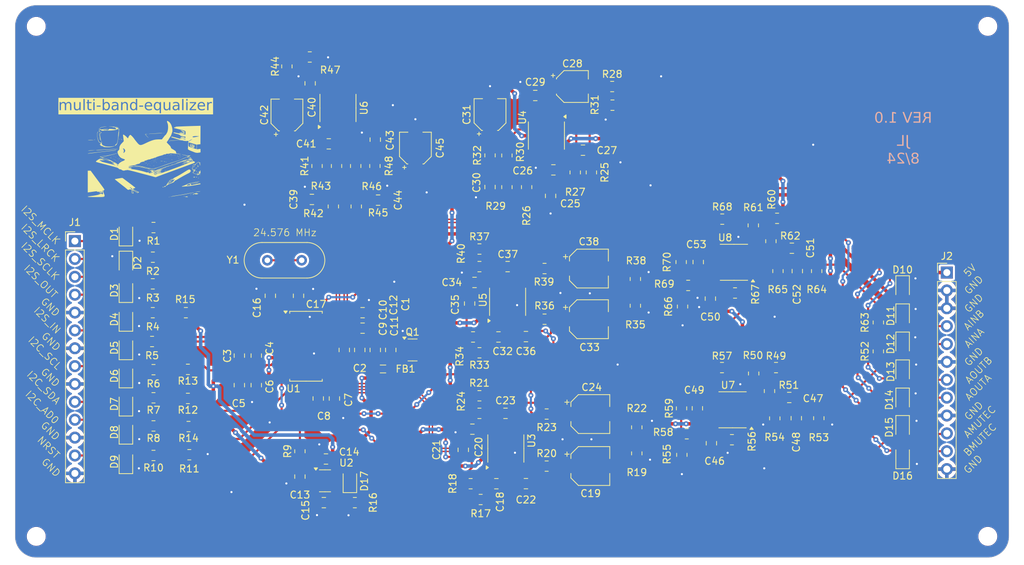
<source format=kicad_pcb>
(kicad_pcb (version 20240108) (generator "pcbnew") (generator_version "8.0")
  (layers (0 "F.Cu" signal) (31 "B.Cu" power) (34 "B.Paste" user) (35 "F.Paste" user) (36 "B.SilkS" user "B.Silkscreen") (37 "F.SilkS" user "F.Silkscreen") (38 "B.Mask" user) (39 "F.Mask" user) (44 "Edge.Cuts" user))
  (net 0 "")
  (net 1 "+5V")
  (net 2 "GND")
  (net 3 "Net-(U1-VD)")
  (net 4 "/CONN_+5V")
  (net 5 "+3.3V")
  (net 6 "/CODEC_VCOM")
  (net 7 "/CODEC_VFILT")
  (net 8 "Net-(U2-BP)")
  (net 9 "/CODEC_XTI")
  (net 10 "/CODEC_XTO")
  (net 11 "Net-(C18-Pad2)")
  (net 12 "Net-(U3A--)")
  (net 13 "/CODEC_AINA+")
  (net 14 "Net-(U3A-+)")
  (net 15 "/CODEC_AINA_BUFF-")
  (net 16 "/CODEC_AINA_BUFF+")
  (net 17 "Net-(U3B--)")
  (net 18 "Net-(C23-Pad2)")
  (net 19 "Net-(U3B-+)")
  (net 20 "/CODEC_AINA-")
  (net 21 "Net-(C25-Pad2)")
  (net 22 "Net-(C27-Pad2)")
  (net 23 "Net-(U4A--)")
  (net 24 "Net-(C28-Pad2)")
  (net 25 "Net-(U4A-+)")
  (net 26 "Net-(C30-Pad2)")
  (net 27 "Net-(C31-Pad1)")
  (net 28 "Net-(C32-Pad2)")
  (net 29 "Net-(U5A--)")
  (net 30 "Net-(U5A-+)")
  (net 31 "/CODEC_AINB+")
  (net 32 "/CODEC_AINB_BUFF+")
  (net 33 "/CODEC_AINB_BUFF-")
  (net 34 "Net-(C37-Pad2)")
  (net 35 "Net-(U5B-+)")
  (net 36 "/CODEC_AINB-")
  (net 37 "Net-(U5B--)")
  (net 38 "Net-(C39-Pad2)")
  (net 39 "Net-(U6A--)")
  (net 40 "Net-(C41-Pad2)")
  (net 41 "Net-(C42-Pad2)")
  (net 42 "Net-(U6A-+)")
  (net 43 "Net-(C44-Pad2)")
  (net 44 "Net-(C45-Pad1)")
  (net 45 "Net-(U7A-+)")
  (net 46 "Net-(C47-Pad1)")
  (net 47 "Net-(U7B--)")
  (net 48 "Net-(C51-Pad1)")
  (net 49 "Net-(U8A-+)")
  (net 50 "Net-(U8B--)")
  (net 51 "Net-(D17-K)")
  (net 52 "Net-(D1-A2)")
  (net 53 "/CODEC_AOUTB+")
  (net 54 "/I2S_ADC_OUT")
  (net 55 "/I2C_SCL")
  (net 56 "/I2S_DAC_IN")
  (net 57 "/CODEC_AMUTEC")
  (net 58 "/I2C_AD0")
  (net 59 "/CODEC_AOUTA-")
  (net 60 "/I2S_SCLK")
  (net 61 "/I2C_SDA")
  (net 62 "/CODEC_AOUTA+")
  (net 63 "/CODEC_NRST")
  (net 64 "/CODEC_BMUTEC")
  (net 65 "/I2S_MCLK")
  (net 66 "/I2S_LRCK")
  (net 67 "/CODEC_AOUTB-")
  (net 74 "Net-(U7B-+)")
  (net 75 "Net-(U8B-+)")
  (net 76 "Net-(D2-A2)")
  (net 77 "Net-(D4-A2)")
  (net 78 "Net-(D6-A2)")
  (net 79 "Net-(D5-A2)")
  (net 80 "Net-(D9-A2)")
  (net 81 "Net-(D3-A2)")
  (net 82 "Net-(D8-A2)")
  (net 83 "Net-(D7-A2)")
  (net 84 "Net-(D10-A2)")
  (net 85 "/CODEC_AINA")
  (net 86 "/CODEC_AOUTB")
  (net 87 "/CODEC_AINB")
  (net 88 "/CODEC_AOUTA")
  (net 89 "/Single-Ended to Differential Converter Channel A/+2V5_VOLT_DIV")
  (net 90 "/Single-Ended to Differential Converter Channel B/+2V5_VOLT_DIV")
  (footprint "Capacitor_SMD:C_0805_2012Metric" (layer "F.Cu") (at 149.125 98.5 180)
    (property "Reference" "C37")
    (property "Value" "470p")
  )
  (footprint "Diode_SMD:D_0805_2012Metric" (layer "F.Cu") (at 94.9125 93.875 90)
    (property "Reference" "D1")
    (property "Value" "D_TVS")
  )
  (footprint "MountingHole:MountingHole_2.2mm_M2" (layer "F.Cu") (at 217.325 136.85)
    (property "Reference" "H4" (hide yes))
    (property "Value" "MountingHole")
  )
  (footprint "Package_SO:SOIC-8_3.9x4.9mm_P1.27mm" (layer "F.Cu") (at 125.025 75.95 90)
    (property "Reference" "U6")
    (property "Value" "NE5532")
  )
  (footprint "Capacitor_SMD:C_0805_2012Metric" (layer "F.Cu") (at 128.525 107.25 180)
    (property "Reference" "C9")
    (property "Value" "100n")
  )
  (footprint "Capacitor_SMD:C_0805_2012Metric" (layer "F.Cu") (at 189.125 117.1075 180)
    (property "Reference" "C47")
    (property "Value" "68n")
  )
  (footprint "Capacitor_SMD:C_0805_2012Metric" (layer "F.Cu") (at 130.325 110.35 90)
    (property "Reference" "C1")
    (property "Value" "1u")
  )
  (footprint "Resistor_SMD:R_0805_2012Metric" (layer "F.Cu") (at 187.52 99.1375 90)
    (property "Reference" "R65")
    (property "Value" "1M")
  )
  (footprint "Capacitor_SMD:C_0805_2012Metric" (layer "F.Cu") (at 142.825 124.55 90)
    (property "Reference" "C21")
    (property "Value" "2.7n")
  )
  (footprint "Resistor_SMD:R_0805_2012Metric" (layer "F.Cu") (at 145.125 96)
    (property "Reference" "R37")
    (property "Value" "634R")
  )
  (footprint "Resistor_SMD:R_0805_2012Metric" (layer "F.Cu") (at 180.9825 123.1075)
    (property "Reference" "R56")
    (property "Value" "1k")
  )
  (footprint "Diode_SMD:D_0805_2012Metric" (layer "F.Cu") (at 205.225 101.4875 -90)
    (property "Reference" "D10")
    (property "Value" "D_TVS")
  )
  (footprint "Capacitor_SMD:C_0805_2012Metric" (layer "F.Cu") (at 144.12 121.61 180)
    (property "Reference" "C20")
    (property "Value" "100n")
  )
  (footprint "Capacitor_SMD:C_0805_2012Metric" (layer "F.Cu") (at 143.725 103.75 -90)
    (property "Reference" "C35")
    (property "Value" "2.7n")
  )
  (footprint "Resistor_SMD:R_0805_2012Metric" (layer "F.Cu") (at 154.37 105.975)
    (property "Reference" "R36")
    (property "Value" "10k")
  )
  (footprint "Capacitor_SMD:CP_Elec_5x5.4" (layer "F.Cu") (at 160.87 119.46)
    (property "Reference" "C24")
    (property "Value" "10u")
  )
  (footprint "Capacitor_SMD:C_0805_2012Metric" (layer "F.Cu") (at 111.025 115.35 -90)
    (property "Reference" "C5")
    (property "Value" "100n")
  )
  (footprint "Resistor_SMD:R_0805_2012Metric" (layer "F.Cu") (at 193.325 120.05 90)
    (property "Reference" "R53")
    (property "Value" "1k")
  )
  (footprint "Package_SO:SOIC-8_3.9x4.9mm_P1.27mm" (layer "F.Cu") (at 148.87 124.36 90)
    (property "Reference" "U3")
    (property "Value" "NE5532")
  )
  (footprint "Diode_SMD:D_0805_2012Metric" (layer "F.Cu") (at 94.9125 106 90)
    (property "Reference" "D4")
    (property "Value" "D_TVS")
  )
  (footprint "Resistor_SMD:R_0805_2012Metric" (layer "F.Cu") (at 98.7375 97.1625)
    (property "Reference" "R2")
    (property "Value" "22R")
  )
  (footprint "Capacitor_SMD:CP_Elec_4x5.4" (layer "F.Cu") (at 117.775 76.95 90)
    (property "Reference" "C42")
    (property "Value" "22u")
  )
  (footprint "Fiducial:Fiducial_1mm_Mask3mm" (layer "F.Cu") (at 205.525 70.85)
    (property "Reference" "FID2" (hide yes))
    (property "Value" "Fiducial")
  )
  (footprint "Diode_SMD:D_0805_2012Metric" (layer "F.Cu") (at 94.9125 101.9125 90)
    (property "Reference" "D3")
    (property "Value" "D_TVS")
  )
  (footprint "Capacitor_SMD:C_0805_2012Metric" (layer "F.Cu") (at 113.425 115.35 -90)
    (property "Reference" "C6")
    (property "Value" "1u")
  )
  (footprint "Package_SO:TSSOP-28_4.4x9.7mm_P0.65mm" (layer "F.Cu") (at 120.4875 109.825)
    (property "Reference" "U1")
    (property "Value" "CS4272")
  )
  (footprint "Resistor_SMD:R_0805_2012Metric" (layer "F.Cu") (at 193.02 99.1375 90)
    (property "Reference" "R64")
    (property "Value" "1k")
  )
  (footprint "Resistor_SMD:R_0805_2012Metric" (layer "F.Cu") (at 144.2125 108.5)
    (property "Reference" "R34")
    (property "Value" "91R")
  )
  (footprint "Package_SO:SOIC-8_3.9x4.9mm_P1.27mm" (layer "F.Cu") (at 154.63 79.875 -90)
    (property "Reference" "U4")
    (property "Value" "NE5532")
  )
  (footprint "Resistor_SMD:R_0805_2012Metric" (layer "F.Cu") (at 146.625 82.6875 90)
    (property "Reference" "R32")
    (property "Value" "1.5k")
  )
  (footprint "Diode_SMD:D_0805_2012Metric" (layer "F.Cu") (at 94.9125 97.99 -90)
    (property "Reference" "D2")
    (property "Value" "D_TVS")
  )
  (footprint "Resistor_SMD:R_0805_2012Metric" (layer "F.Cu") (at 174.77 101.175 180)
    (property "Reference" "R69")
    (property "Value" "22k")
  )
  (footprint "Resistor_SMD:R_0805_2012Metric" (layer "F.Cu") (at 98.825 125.35)
    (property "Reference" "R10")
    (property "Value" "22R")
  )
  (footprint "Resistor_SMD:R_0805_2012Metric" (layer "F.Cu") (at 149.025 87.2 90)
    (property "Reference" "R29")
    (property "Value" "1.33k")
  )
  (footprint "Resistor_SMD:R_0805_2012Metric" (layer "F.Cu") (at 98.825 92.95)
    (property "Reference" "R1")
    (property "Value" "22R")
  )
  (footprint "Resistor_SMD:R_0805_2012Metric" (layer "F.Cu") (at 173.825 118.65 90)
    (property "Reference" "R59")
    (property "Value" "1k")
  )
  (footprint "Resistor_SMD:R_0805_2012Metric" (layer "F.Cu") (at 201.78 106.44 90)
    (property "Reference" "R63")
    (property "Value" "1k")
  )
  (footprint "Resistor_SMD:R_0805_2012Metric" (layer "F.Cu") (at 117.775 70.0375 90)
    (property "Reference" "R44")
    (property "Value" "1.3K")
  )
  (footprint "Resistor_SMD:R_0805_2012Metric" (layer "F.Cu") (at 167.47 121.3475 90)
    (property "Reference" "R22")
    (property "Value" "100k")
  )
  (footprint "Capacitor_SMD:C_0805_2012Metric" (layer "F.Cu") (at 128.525 105.05 180)
    (property "Reference" "C10")
    (property "Value" "47u")
  )
  (footprint "Capacitor_SMD:C_0805_2012Metric" (layer "F.Cu") (at 147.825 108.5 180)
    (property "Reference" "C32")
    (property "Value" "470p")
  )
  (footprint "Resistor_SMD:R_0805_2012Metric" (layer "F.Cu") (at 127.545 84.2 90)
    (property "Reference" "R46")
    (property "Value" "715R")
  )
  (footprint "Resistor_SMD:R_0805_2012Metric" (layer "F.Cu") (at 167.47 125.0475 90)
    (property "Reference" "R19")
    (property "Value" "100k")
  )
  (footprint "Capacitor_SMD:C_0805_2012Metric" (layer "F.Cu") (at 144.425 100.75 180)
    (property "Reference" "C34")
    (property "Value" "100n")
  )
  (footprint "Connector_PinHeader_2.54mm:PinHeader_1x12_P2.54mm_Vertical" (layer "F.Cu") (at 211.50625 99.3475)
    (property "Reference" "J2")
    (property "Value" "Conn_01x12")
  )
  (footprint "Resistor_SMD:R_0805_2012Metric" (layer "F.Cu") (at 98.625 109.15)
    (property "Reference" "R5")
    (property "Value" "22R")
  )
  (footprint "Resistor_SMD:R_0805_2012Metric" (layer "F.Cu") (at 122.055 84.2 90)
    (property "Reference" "R41")
    (property "Value" "4.99k")
  )
  (footprint "Diode_SMD:D_0805_2012Metric" (layer "F.Cu") (at 205.225 109.4875 -90)
    (property "Reference" "D12")
    (property "Value" "D_TVS")
  )
  (footprint "Resistor_SMD:R_0805_2012Metric" (layer "F.Cu") (at 103.7125 113.105 180)
    (property "Reference" "R13")
    (property "Value" "2k2")
  )
  (footprint "Diode_SMD:D_0805_2012Metric" (layer "F.Cu") (at 94.9125 122.05 90)
    (property "Reference" "D8")
    (property "Value" "D_TVS")
  )
  (footprint "Capacitor_SMD:C_0805_2012Metric" (layer "F.Cu") (at 130.325 80.45 90)
    (property "Reference" "C43")
    (property "Value" "1.5n")
  )
  (footprint "Fiducial:Fiducial_1mm_Mask3mm" (layer "F.Cu") (at 87.725 134.65)
    (property "Reference" "FID3" (hide yes))
    (property "Value" "Fiducial")
  )
  (footprint "Capacitor_SMD:C_0805_2012Metric" (layer "F.Cu") (at 147.525 129.36 180)
    (property "Reference" "C18")
    (property "Value" "470p")
  )
  (footprint "Resistor_SMD:R_0805_2012Metric" (layer "F.Cu") (at 184.07 113.695 90)
    (property "Reference" "R50")
    (property "Value" "1k")
  )
  (footprint "Resistor_SMD:R_0805_2012Metric" (layer "F.Cu") (at 158.725 85.1125 90)
    (property "Reference" "R27")
    (property "Value" "2.32k")
  )
  (footprint "Diode_SMD:D_0805_2012Metric" (layer "F.Cu") (at 94.9125 118.05 90)
    (property "Reference" "D7")
    (property "Value" "D_TVS")
  )
  (footprint "Capacitor_SMD:C_0805_2012Metric" (layer "F.Cu") (at 130.725 89.05 180)
    (property "Reference" "C44")
    (property "Value" "6.8n")
  )
  (footprint "Capacitor_SMD:C_0805_2012Metric" (layer "F.Cu") (at 189.495 95.8875 180)
    (property "Reference" "C51")
    (property "Value" "68n")
  )
  (footprint "Capacitor_SMD:C_0805_2012Metric" (layer "F.Cu") (at 122.225 117.25 -90)
    (property "Reference" "C8")
    (property "Value" "1u")
  )
  (footprint "Resistor_SMD:R_0805_2012Metric" (layer "F.Cu") (at 167.27 100.2625 90)
    (property "Reference" "R38")
    (property "Value" "100k")
  )
  (footprint "Resistor_SMD:R_0805_2012Metric" (layer "F.Cu") (at 186.32 116.195 90)
    (property "Reference" "R51")
    (property "Value" "1M")
  )
  (footprint "Capacitor_SMD:C_0805_2012Metric" (layer "F.Cu") (at 124.525 117.25 -90)
    (property "Reference" "C7")
    (property "Value" "100n")
  )
  (footprint "Diode_SMD:D_0805_2012Metric" (layer "F.Cu") (at 94.9125 114.05 90)
    (property "Reference" "D6")
    (property "Value" "D_TVS")
  )
  (footprint "Resistor_SMD:R_0805_2012Metric" (layer "F.Cu") (at 145.295 131.61)
    (property "Reference" "R17")
    (property "Value" "634R")
  )
  (footprint "Capacitor_SMD:C_0805_2012Metric" (layer "F.Cu") (at 151.725 129.35 180)
    (property "Reference" "C22")
    (property "Value" "10n")
  )
  (footprint "Capacitor_SMD:C_0805_2012Metric" (layer "F.Cu") (at 190.27 99.1375 -90)
    (property "Reference" "C52")
    (property "Value" "220p")
  )
  (footprint "Resistor_SMD:R_0805_2012Metric" (layer "F.Cu") (at 124.375 89.95 90)
    (property "Reference" "R42")
    (property "Value" "4.42k")
  )
  (footprint "Capacitor_SMD:C_0805_2012Metric" (layer "F.Cu") (at 177.925 103.05 -90)
    (property "Reference" "C50")
    (property "Value" "100n")
  )
  (footprint "Capacitor_SMD:C_0805_2012Metric" (layer "F.Cu") (at 115.425 102.65 90)
    (property "Reference" "C16")
    (property "Value" "40p")
  )
  (footprint "Resistor_SMD:R_0805_2012Metric" (layer "F.Cu") (at 145.12 119.36)
    (property "Reference" "R24")
    (property "Value" "91R")
  )
  (footprint "Package_TO_SOT_SMD:SOT-23" (layer "F.Cu") (at 135.625 110.35)
    (property "Reference" "Q1")
    (property "Value" "AO3401A")
  )
  (footprint "Capacitor_SMD:C_0805_2012Metric" (layer "F.Cu") (at 121.075 72.45 90)
    (property "Reference" "C40")
    (property "Value" "100n")
  )
  (footprint "Capacitor_SMD:CP_Elec_5x5.4" (layer "F.Cu") (at 160.67 98.775)
    (property "Reference" "C38")
    (property "Value" "10u")
  )
  (footprint "Fiducial:Fiducial_1mm_Mask3mm" (layer "F.Cu") (at 87.725 70.85)
    (property "Reference" "FID1" (hide yes))
    (property "Value" "Fiducial")
  )
  (footprint "Resistor_SMD:R_0805_2012Metric" (layer "F.Cu") (at 119.625 124.75 -90)
    (property "Reference" "R9")
    (property "Value" "5.1R")
  )
  (footprint "Package_SO:SOIC-8_3.9x4.9mm_P1.27mm" (layer "F.Cu") (at 181.07 118.8575 180)
    (property "Reference" "U7")
    (property "Value" "NE5532")
  )
  (footprint "Capacitor_SMD:C_0805_2012Metric" (layer "F.Cu") (at 159.825 81.95)
    (property "Reference" "C27")
    (property "Value" "470p")
  )
  (footprint "LED_SMD:LED_0805_2012Metric" (layer "F.Cu") (at 126.725 128.95 90)
    (property "Reference" "D17")
    (property "Value" "LED_GREEN")
  )
  (footprint "Resistor_SMD:R_0805_2012Metric" (layer "F.Cu") (at 98.725 100.95)
    (property "Reference" "R3")
    (property "Value" "22R")
  )
  (footprint "Resistor_SMD:R_0805_2012Metric" (layer "F.Cu") (at 154.37 98.775 180)
    (property "Reference" "R39")
    (property "Value" "10k")
  )
  (footprint "Capacitor_SMD:C_0805_2012Metric" (layer "F.Cu") (at 190.125 120.05 -90)
    (property "Reference" "C48")
    (property "Value" "220p")
  )
  (footprint "Resistor_SMD:R_0805_2012Metric" (layer "F.Cu") (at 154.67 119.46 180)
    (property "Reference" "R23")
    (property "Value" "10k")
  )
  (footprint "Resistor_SMD:R_0805_2012Metric" (layer "F.Cu") (at 174.57 122.26 180)
    (property "Reference" "R58")
    (property "Value" "22k")
  )
  (footprint "Capacitor_SMD:C_0805_2012Metric" (layer "F.Cu") (at 123.725 81.05 180)
    (property "Reference" "C41")
    (property "Value" "470p")
  )
  (footprint "Capacitor_SMD:C_0805_2012Metric" (layer "F.Cu") (at 121.325 88.95)
    (property "Reference" "C39")
    (property "Value" "2.2n")
  )
  (footprint "Capacitor_SMD:C_0805_2012Metric" (layer "F.Cu") (at 146.625 87.1875 90)
    (property "Reference" "C30")
    (property "Value" "6.8n")
  )
  (footprint "Resistor_SMD:R_0805_2012Metric" (layer "F.Cu") (at 130.275 84.2 90)
    (property "Reference" "R48")
    (property "Value" "1.5k")
  )
  (footprint "Resistor_SMD:R_0805_2012Metric" (layer "F.Cu") (at 179.6075 91.7525)
    (property "Reference" "R68")
    (property "Value" "1k")
  )
  (footprint "Diode_SMD:D_0805_2012Metric" (layer "F.Cu") (at 94.9125 126.25 90)
    (property "Reference" "D9")
    (property "Value" "D_TVS")
  )
  (footprint "Resistor_SMD:R_0805_2012Metric" (layer "F.Cu") (at 98.725 105.05)
    (property "Reference" "R4")
    (property "Value" "22R")
  )
  (footprint "Capacitor_SMD:C_0805_2012Metric" (layer "F.Cu") (at 178.07 123.6075 -90)
    (property "Reference" "C46")
    (property "Value" "100n")
  )
  (footprint "Resistor_SMD:R_0805_2012Metric" (layer "F.Cu") (at 127.425 132.05 180)
    (property "Reference" "R16")
    (property "Value" "1k")
  )
  (footprint "Capacitor_SMD:C_0805_2012Metric" (layer "F.Cu") (at 128.125 110.35 90)
    (property "Reference" "C2")
    (property "Value" "100n")
  )
  (footprint "Resistor_SMD:R_0805_2012Metric" (layer "F.Cu") (at 181.425 102.25)
    (property "Reference" "R67")
    (property "Value" "1k")
  )
  (footprint "Resistor_SMD:R_0805_2012Metric" (layer "F.Cu") (at 187.395 91.6375)
    (property "Reference" "R60")
    (property "Value" "1k")
  )
  (footprint "Package_SO:SOIC-8_3.9x4.9mm_P1.27mm" (layer "F.Cu") (at 181.27 97.8875 180)
    (property "Reference" "U8")
    (property "Value" "NE5532")
  )
  (footprint "Capacitor_SMD:C_0805_2012Metric" (layer "F.Cu") (at 123.025 132.05 180)
    (property "Reference" "C15")
    (property "Value" "10n")
  )
  (footprint "Diode_SMD:D_0805_2012Metric" (layer "F.Cu") (at 205.225 117.45 -90)
    (property "Reference" "D14")
    (property "Value" "D_TVS")
  )
  (footprint "Capacitor_SMD:C_0805_2012Metric" (layer "F.Cu") (at 176.08 118.64 90)
    (property "Reference" "C49")
    (property "Value" "100p")
  )
  (footprint "Resistor_SMD:R_0805_2012Metric" (layer "F.Cu") (at 161.025 85.1125 90)
    (property "Reference" "R25")
    (property "Value" "4.99k")
  )
  (footprint "MountingHole:MountingHole_2.2mm_M2" (layer "F.Cu") (at 217.325 64.35)
    (property "Reference" "H2" (hide yes))
    (property "Value" "MountingHole")
  )
  (footprint "Capacitor_SMD:C_0805_2012Metric" (layer "F.Cu") (at 113.425 111.15 -90)
    (property "Reference" "C4")
    (property "Value" "100n")
  )
  (footprint "Package_TO_SOT_SMD:SOT-23-5" (layer "F.Cu") (at 123.1875 128.95)
    (property "Reference" "U2")
    (property "Value" "SPX3819M5-L-3-3")
  )
  (footprint "Resistor_SMD:R_0805_2012Metric" (layer "F.Cu") (at 121.025 68.7 180)
    (property "Reference" "R47")
    (property "Value" "47k")
  )
  (footprint "Resistor_SMD:R_0805_2012Metric" (layer "F.Cu") (at 103.8 121.24 180)
    (property "Reference" "R14")
    (property "Value" "10k")
  )
  (footprint "Resistor_SMD:R_0805_2012Metric" (layer "F.Cu") (at 173.97 104.175 90)
    (property "Reference" "R66")
    (property "Value" "22k")
  )
  (footprint "Resistor_SMD:R_0805_2012Metric" (layer "F.Cu") (at 98.825 117.15)
    (property "Reference" "R7")
    (property "Value" "22R")
  )
  (footprint "MountingHole:MountingHole_2.2mm_M2" (layer "F.Cu") (at 82.175 64.35)
    (property "Reference" "H1" (hide yes))
    (property "Value" "MountingHole")
  )
  (footprint "Diode_SMD:D_0805_2012Metric" (layer "F.Cu") (at 205.225 105.4875 -90)
    (property "Reference" "D11")
    (property "Value" "D_TVS")
  )
  (footprint "Resistor_SMD:R_0805_2012Metric" (layer "F.Cu") (at 173.77 97.8525 90)
    (property "Reference" "R70")
    (property "Value" "1k")
  )
  (footprint "Capacitor_SMD:C_0805_2012Metric" (layer "F.Cu") (at 148.825 119.36 180)
    (property "Reference" "C23")
    (property "Value" "470p")
  )
  (footprint "Resistor_SMD:R_0805_2012Metric" (layer "F.Cu") (at 145.12 116.86)
    (property "Reference" "R21")
    (property "Value" "634R")
  )
  (footprint "Resistor_SMD:R_0805_2012Metric" (layer "F.Cu") (at 145.125 98.5)
    (property "Reference" "R40")
    (property "Value" "91R")
  )
  (footprint "Inductor_SMD:L_0805_2012Metric" (layer "F.Cu") (at 131.425 113.05 180)
    (property "Reference" "FB1")
    (property "Value" "120R")
  )
  (footprint "Fiducial:Fiducial_1mm_Mask3mm" (layer "F.Cu") (at 205.525 134.45)
    (property "Reference" "FID4" (hide yes))
    (property "Value" "Fiducial")
  )
  (footprint "Capacitor_SMD:C_0805_2012Metric" (layer "F.Cu") (at 132.525 110.35 90)
    (property "Reference" "C11")
    (property "Value" "2u2")
  )
  (footprint "Resistor_SMD:R_0805_2012Metric" (layer "F.Cu") (at 167.27 104.0625 90)
    (property "Reference" "R35")
    (property "Value" "100k")
  )
  (footprint "Resistor_SMD:R_0805_2012Metric" (layer "F.Cu") (at 98.825 113.15)
    (property "Reference" "R6")
    (property "Value" "22R")
  )
  (footprint "Capacitor_SMD:C_0805_2012Metric" (layer "F.Cu") (at 119.625 128.35 -90)
    (property "Reference" "C13")
    (property "Value" "2u2")
  )
  (footprint "Resistor_SMD:R_0805_2012Metric" (layer "F.Cu") (at 163.975 72.9)
    (property "Reference" "R28")
    (property "Value" "1.3K")
  )
  (footprint "Capacitor_SMD:CP_Elec_4x5.4" (layer "F.Cu") (at 136.025 81.65 90)
    (property "Reference" "C45")
    (property "Value" "22u")
  )
  (footprint "Resistor_SMD:R_0805_2012Metric" (layer "F.Cu") (at 98.825 121.15)
    (property "Reference" "R8")
    (property "Value" "22R")
  )
  (footprint "Resistor_SMD:R_0805_2012Metric" (layer "F.Cu") (at 103.7125 117.24 180)
    (property "Reference" "R12")
    (property "Value" "2k2")
  )
  (footprint "Connector_PinHeader_2.54mm:PinHeader_1x14_P2.54mm_Vertical" (layer "F.Cu") (at 87.6625 94.87)
    (property "Reference" "J1")
    (property "Value" "Conn_01x14")
  )
  (footprint "Capacitor_SMD:C_0805_2012Metric" (layer "F.Cu") (at 176.195 97.8525 90)
    (property "Reference" "C53")
    (property "Value" "100p")
  )
  (footprint "Resistor_SMD:R_0805_2012Metric" (layer "F.Cu") (at 103.9125 125.24)
    (property "Reference" "R11")
    (property "Value" "10k")
  )
  (footprint "Capacitor_SMD:CP_Elec_5x5.4" (layer "F.Cu") (at 160.87 126.8475)
    (property "Reference" "C19")
    (property "Value" "10u")
  )
  (footprint "Capacitor_SMD:CP_Elec_4x5.4" (layer "F.Cu") (at 146.625 76.8875 90)
    (property "Reference" "C31")
    (property "Value" "22u")
  )
  (footprint "Resistor_SMD:R_0805_2012Metric" (layer "F.Cu") (at 154.67 126.86)
    (property "Reference" "R20")
    (property "Value" "10k")
  )
  (footprint "Resistor_SMD:R_0805_2012Metric" (layer "F.Cu") (at 186.52 94.8875 90)
    (property "Reference" "R62")
    (property "Value" "1M")
  )
  (footprint "Resistor_SMD:R_0805_2012Metric" (layer "F.Cu") (at 145.125 110.75)
    (property "Reference" "R33")
    (property "Value" "634R")
  )
  (footprint "Capacitor_SMD:C_0805_2012Metric" (layer "F.Cu") (at 151.725 108.45 180)
    (property "Reference" "C36")
    (property "Value" "10n")
  )
  (footprint "MountingHole:MountingHole_2.2mm_M2" (layer "F.Cu") (at 82.175 136.85)
    (property "Reference" "H3" (hide yes))
    (property "Value" "MountingHole")
  )
  (footprint "Diode_SMD:D_0805_2012Metric" (layer "F.Cu") (at 94.9125 110.05 90)
    (property "Reference" "D5")
    (property "Value" "D_TVS")
  )
  (footprint "Resistor_SMD:R_0805_2012Metric" (layer "F.Cu") (at 179.57 112.8575)
    (property "Reference" "R57")
    (property "Value" "1k")
  )
  (footprint "Resistor_SMD:R_0805_2012Metric" (layer "F.Cu") (at 187.245 112.8575)
    (property "Reference" "R49")
    (property "Value" "1k")
  )
  (footprint "Capacitor_SMD:C_0805_2012Metric" (layer "F.Cu") (at 119.425 102.65 90)
    (property "Reference" "C17")
    (property "Value" "40p")
  )
  (footprint "Capacitor_SMD:C_0805_2012Metric" (layer "F.Cu") (at 155.225 88.45 90)
    (property "Reference" "C25")
    (property "Value" "2.2n")
  )
  (footprint "Capacitor_SMD:C_0805_2012Metric" (layer "F.Cu") (at 153.05 74.175 180)
    (property "Reference" "C29")
    (property "Value" "1.5n")
  )
  (footprint "Crystal:Crystal_HC49-4H_Vertical" (layer "F.Cu") (at 119.875 97.6 180)
    (property "Reference" "Y1")
    (property "Value" "24.576 MHz")
  )
  (footprint "LOGO" (layer "F.Cu") (at 97.499637 81.9193)
    (property "Reference" "G***" (hide yes))
    (property "Value" "LOGO" (hide yes))
  )
  (footprint "Resistor_SMD:R_0805_2012Metric" (layer "F.Cu") (at 143.87 129.36)
    (property "Reference" "R18")
    (property "Value" "91R")
  )
  (footprint "Capacitor_SMD:CP_Elec_4x5.4" (layer "F.Cu") (at 158.325 72.9)
    (property "Reference" "C28")
    (property "Value" "22u")
  )
  (footprint "Resistor_SMD:R_0805_2012Metric" (layer "F.Cu") (at 151.825 87.2 90)
    (property "Reference" "R26")
    (property "Value" "4.42k")
  )
  (footprint "Diode_SMD:D_0805_2012Metric" (layer "F.Cu") (at 205.225 121.355 -90)
    (property "Reference" "D15")
    (property "Value" "D_TVS")
  )
  (footprint "Resistor_SMD:R_0805_2012Metric" (layer "F.Cu") (at 173.87 125.26 90)
    (property "Reference" "R55")
    (property "Value" "22k")
  )
  (footprint "Diode_SMD:D_0805_2012Metric" (layer "F.Cu") (at 205.225 125.55 90)
    (property "Reference" "D16")
    (property "Value" "D_TVS")
  )
  (footprint "Resistor_SMD:R_0805_2012Metric" (layer "F.Cu") (at 124.825 84.2 90)
    (property "Reference" "R43")
    (property "Value" "2.32k")
  )
  (footprint "Capacitor_SMD:C_0805_2012Metric" (layer "F.Cu") (at 111.025 111.15 -90)
    (property "Reference" "C3")
    (property "Value" "1u")
  )
  (footprint "Capacitor_SMD:C_0805_2012Metric" (layer "F.Cu") (at 123.325 125.85 180)
    (property "Reference" "C14")
    (property "Value" "2u2")
  )
  (footprint "Resistor_SMD:R_0805_2012Metric" (layer "F.Cu") (at 201.78 110.5525 -90)
    (property "Reference" "R52")
    (property "Value" "1k")
  )
  (footprint "Package_SO:SOIC-8_3.9x4.9mm_P1.27mm" (layer "F.Cu") (at 149.125 103.5 90)
    (property "Reference" "U5")
    (property "Value" "NE5532")
  )
  (footprint "Resistor_SMD:R_0805_2012Metric" (layer "F.Cu") (at 164.0125 75.55)
    (property "Reference" "R31")
    (property "Value" "47k")
  )
  (footprint "Resistor_SMD:R_0805_2012Metric" (layer "F.Cu") (at 103.425 105.05 180)
    (property "Reference" "R15")
    (property "Value" "47K")
  )
  (footprint "Capacitor_SMD:C_0805_2012Metric" (layer "F.Cu") (at 155.625 84.75 180)
    (property "Reference" "C26")
    (property "Value" "100n")
  )
  (footprint "Resistor_SMD:R_0805_2012Metric" (layer "F.Cu") (at 149.025 82.7 90)
    (property "Reference" "R30")
    (property "Value" "715R")
  )
  (footprint "Resistor_SMD:R_0805_2012Metric" (layer "F.Cu") (at 127.625 89.95 90)
    (property "Reference" "R45")
    (property "Value" "1.33k")
  )
  (footprint "Resistor_SMD:R_0805_2012Metric" (layer "F.Cu") (at 187.07 120.0725 90)
    (property "Reference" "R54")
    (property "Value" "1M")
  )
  (footprint "Diode_SMD:D_0805_2012Metric" (layer "F.Cu") (at 205.225 113.45 -90)
    (property "Reference" "D13")
    (property "Value" "D_TVS")
  )
  (footprint "Resistor_SMD:R_0805_2012Metric" (layer "F.Cu") (at 184.02 92.6375 90)
    (property "Reference" "R61")
    (property "Value" "1k")
  )
  (footprint "Capacitor_SMD:C_0805_2012Metric" (layer "F.Cu") (at 125.925 110.35 90)
    (property "Reference" "C12")
    (property "Value" "2u2")
  )
  (footprint "Capacitor_SMD:CP_Elec_5x5.4" (layer "F.Cu") (at 160.67 105.975)
    (property "Reference" "C33")
    (property "Value" "10u")
  )
  (gr_arc (start 217.325 61.35) (mid 219.44632 62.22868) (end 220.325 64.35) (stroke (width 0.05)) (layer "Edge.Cuts"))
  (gr_line (start 82.175 61.35) (end 217.325 61.35) (stroke (width 0.05)) (layer "Edge.Cuts"))
  (gr_line (start 220.325 136.85) (end 220.325 64.35) (stroke (width 0.05)) (layer "Edge.Cuts"))
  (gr_arc (start 220.325 136.85) (mid 219.44632 138.97132) (end 217.325 139.85) (stroke (width 0.05)) (layer "Edge.Cuts"))
  (gr_arc (start 82.175 139.85) (mid 80.05368 138.97132) (end 79.175 136.85) (stroke (width 0.05)) (layer "Edge.Cuts"))
  (gr_line (start 79.175 136.85) (end 79.175 64.35) (stroke (width 0.05)) (layer "Edge.Cuts"))
  (gr_line (start 82.175 139.85) (end 217.325 139.85) (stroke (width 0.05)) (layer "Edge.Cuts"))
  (gr_arc (start 79.175 64.35) (mid 80.05368 62.22868) (end 82.175 61.35) (stroke (width 0.05)) (layer "Edge.Cuts"))
  (gr_text "JL\n8/24" (at 205.3 84.1 0) (layer "B.SilkS") (effects (font (size 1.5 1.5) (thickness 0.1)) (justify bottom mirror)))
  (gr_text "REV 1.0" (at 205.3 78.3 0) (layer "B.SilkS") (effects (font (size 1.5 1.5) (thickness 0.1)) (justify bottom mirror)))
  (gr_text "multi-band-equalizer" (at 85.299637 76.5193 0) (layer "F.SilkS" knockout) (effects (font (size 1.5 1.5) (thickness 0.1)) (justify left bottom)))
  (gr_text "24.576 MHz" (at 112.925 94.25 0) (layer "F.SilkS") (effects (font (size 1 1) (thickness 0.1)) (justify left bottom)))
  (gr_text "I2C_SDA" (at 80.625 113.95 315) (layer "F.SilkS") (effects (font (size 1 1) (thickness 0.1)) (justify left bottom)))
  (gr_text "GND" (at 82.625 121.15 315) (layer "F.SilkS") (effects (font (size 1 1) (thickness 0.1)) (justify left bottom)))
  (gr_text "GND" (at 214.625 102.65 45) (layer "F.SilkS") (effects (font (size 1 1) (thickness 0.1)) (justify left bottom)))
  (gr_text "AOUTA" (at 214.725 117.75 45) (layer "F.SilkS") (effects (font (size 1 1) (thickness 0.1)) (justify left bottom)))
  (gr_text "GND" (at 82.625 103.55 -45) (layer "F.SilkS") (effects (font (size 1 1) (thickness 0.1)) (justify left bottom)))
  (gr_text "GND" (at 214.625 120.55 45) (layer "F.SilkS") (effects (font (size 1 1) (thickness 0.1)) (justify left bottom)))
  (gr_text "GND" (at 214.625 112.85 45) (layer "F.SilkS") (effects (font (size 1 1) (thickness 0.1)) (justify left bottom)))
  (gr_text "GND" (at 82.725 126.35 315) (layer "F.SilkS") (effects (font (size 1 1) (thickness 0.1)) (justify left bottom)))
  (gr_text "I2S_OUT" (at 80.225 98.85 315) (layer "F.SilkS") (effects (font (size 1 1) (thickness 0.1)) (justify left bottom)))
  (gr_text "AINA" (at 214.625 110.25 45) (layer "F.SilkS") (effects (font (size 1 1) (thickness 0.1)) (justify left bottom)))
  (gr_text "GND" (at 82.725 108.45 315) (layer "F.SilkS") (effects (font (size 1 1) (thickness 0.1)) (justify left bottom)))
  (gr_text "GND" (at 214.625 105.25 45) (layer "F.SilkS") (effects (font (size 1 1) (thickness 0.1)) (justify left bottom)))
  (gr_text "I2C_AD0" (at 80.425 116.75 315) (layer "F.SilkS") (effects (font (size 1 1) (thickness 0.1)) (justify left bottom)))
  (gr_text "AINB" (at 214.525 107.75 45) (layer "F.SilkS") (effects (font (size 1 1) (thickness 0.1)) (justify left bottom)))
  (gr_text "GND" (at 214.525 128.15 45) (layer "F.SilkS") (effects (font (size 1 1) (thickness 0.1)) (justify left bottom)))
  (gr_text "I2C_SCL" (at 80.825 109.05 315) (layer "F.SilkS") (effects (font (size 1 1) (thickness 0.1)) (justify left bottom)))
  (gr_text "5V" (at 214.525 100.15 45) (layer "F.SilkS") (effects (font (size 1 1) (thickness 0.1)) (justify left bottom)))
  (gr_text "AMUTEC" (at 214.525 123.05 45) (layer "F.SilkS") (effects (font (size 1 1) (thickness 0.1)) (justify left bottom)))
  (gr_text "I2S_SCLK" (at 79.825 95.65 315) (layer "F.SilkS") (effects (font (size 1 1) (thickness 0.1)) (justify left bottom)))
  (gr_text "GND" (at 82.625 113.55 315) (layer "F.SilkS") (effects (font (size 1 1) (thickness 0.1)) (justify left bottom)))
  (gr_text "NRST" (at 82.125 123.25 315) (layer "F.SilkS") (effects (font (size 1 1) (thickness 0.1)) (justify left bottom)))
  (gr_text "I2S_MCLK" (at 79.825 90.45 315) (layer "F.SilkS") (effects (font (size 1 1) (thickness 0.1)) (justify left bottom)))
  (gr_text "BMUTEC" (at 214.525 125.65 45) (layer "F.SilkS") (effects (font (size 1 1) (thickness 0.1)) (justify left bottom)))
  (gr_text "I2S_IN" (at 81.625 104.85 315) (layer "F.SilkS") (effects (font (size 1 1) (thickness 0.1)) (justify left bottom)))
  (gr_text "I2S_LRCK" (at 79.825 93.05 315) (layer "F.SilkS") (effects (font (size 1 1) (thickness 0.1)) (justify left bottom)))
  (gr_text "AOUTB" (at 214.725 115.35 45) (layer "F.SilkS") (effects (font (size 1 1) (thickness 0.1)) (justify left bottom)))
  (segment (start 142.35 106.5) (end 141.525 106.5) (width 0.5) (layer "F.Cu") (net 1))
  (segment (start 146.225 100.75) (end 146.5 101.025) (width 0.5) (layer "F.Cu") (net 1))
  (segment (start 130.3625 113.05) (end 130.3625 111.3375) (width 0.5) (layer "F.Cu") (net 1))
  (segment (start 147.22 103.755) (end 147.22 101.025) (width 0.5) (layer "F.Cu") (net 1))
  (segment (start 115.775 133.5) (end 115.775 127.4) (width 0.5) (layer "F.Cu") (net 1))
  (segment (start 178.07 122.005) (end 178.07 122.6575) (width 0.5) (layer "F.Cu") (net 1))
  (segment (start 140.975 120.6) (end 140.975 114.65) (width 0.5) (layer "F.Cu") (net 1))
  (segment (start 123.12 73.475) (end 123.12 72.2275) (width 0.5) (layer "F.Cu") (net 1))
  (segment (start 138.425 97.65) (end 141.225 94.85) (width 0.5) (layer "F.Cu") (net 1))
  (segment (start 130.3625 111.3375) (end 130.325 111.3) (width 0.5) (layer "F.Cu") (net 1))
  (segment (start 146.095 121.885) (end 146.965 121.885) (width 0.5) (layer "F.Cu") (net 1))
  (segment (start 186.975 109.85) (end 188.1575 111.0325) (width 0.5) (layer "F.Cu") (net 1))
  (segment (start 123.35 110.8) (end 124.275 110.8) (width 0.3) (layer "F.Cu") (net 1))
  (segment (start 178.595 121.48) (end 178.07 122.005) (width 0.5) (layer "F.Cu") (net 1))
  (segment (start 171.475 120.1) (end 171.475 116.1) (width 0.5) (layer "F.Cu") (net 1))
  (segment (start 180.975 104.85) (end 179.725 104.85) (width 0.5) (layer "F.Cu") (net 1))
  (segment (start 138.425 111.75) (end 138.425 97.65) (width 0.5) (layer "F.Cu") (net 1))
  (segment (start 178.795 99.7925) (end 178.795 100.3525) (width 0.5) (layer "F.Cu") (net 1))
  (segment (start 179.725 104.85) (end 179.325 104.45) (width 0.5) (layer "F.Cu") (net 1))
  (segment (start 161.625 80.3) (end 182.175 80.3) (width 0.5) (layer "F.Cu") (net 1))
  (segment (start 172.225 120.85) (end 171.475 120.1) (width 0.5) (layer "F.Cu") (net 1))
  (segment (start 177.325 120.85) (end 177.4125 120.7625) (width 0.5) (layer "F.Cu") (net 1))
  (segment (start 141.525 106.5) (end 140.975 107.05) (width 0.5) (layer "F.Cu") (net 1))
  (segment (start 156.535 82.35) (end 156.535 81.89) (width 0.5) (layer "F.Cu") (net 1))
  (segment (start 119.625 127.4) (end 119.625 125.6625) (width 0.5) (layer "F.Cu") (net 1))
  (segment (start 139.925 121.65) (end 140.975 120.6) (width 0.5) (layer "F.Cu") (net 1))
  (segment (start 122.05 129.9) (end 122.712499 129.9) (width 0.5) (layer "F.Cu") (net 1))
  (segment (start 121.075 73.4) (end 123.045 73.4) (width 0.5) (layer "F.Cu") (net 1))
  (segment (start 120.175 127.4) (end 120.775 128) (width 0.5) (layer "F.Cu") (net 1))
  (segment (start 131.356371 121.731371) (end 129.725 121.731371) (width 0.5) (layer "F.Cu") (net 1))
  (segment (start 124.775 111.3) (end 125.925 111.3) (width 0.3) (layer "F.Cu") (net 1))
  (segment (start 145.375 100.75) (end 146.225 100.75) (width 0.5) (layer "F.Cu") (net 1))
  (segment (start 172.97 120.85) (end 172.225 120.85) (width 0.5) (layer "F.Cu") (net 1))
  (segment (start 178.795 100.3525) (end 177.925 101.2225) (width 0.5) (layer "F.Cu") (net 1))
  (segment (start 147.875 71.65) (end 150.125 73.9) (width 0.5) (layer "F.Cu") (net 1))
  (segment (start 144.475 106.5) (end 147.22 103.755) (width 0.5) (layer "F.Cu") (net 1))
  (segment (start 140.975 107.05) (end 140.975 112.85) (width 0.5) (layer "F.Cu") (net 1))
  (segment (start 137.125 121.65) (end 134.2 124.575) (width 0.5) (layer "F.Cu") (net 1))
  (segment (start 130.325 111.3) (end 128.125 111.3) (width 0.5) (layer "F.Cu") (net 1))
  (segment (start 188.1575 111.0325) (end 188.1575 112.8575) (width 0.5) (layer "F.Cu") (net 1))
  (segment (start 145.07 121.61) (end 145.82 121.61) (width 0.5) (layer "F.Cu") (net 1))
  (segment (start 156.575 84.75) (end 156.575 82.39) (width 0.5) (layer "F.Cu") (net 1))
  (segment (start 128.125 111.3) (end 125.925 111.3) (width 0.5) (layer "F.Cu") (net 1))
  (segment (start 122.712499 128) (end 122.05 128) (width 0.5) (layer "F.Cu") (net 1))
  (segment (start 146.5 101.025) (end 147.22 101.025) (width 0.5) (layer "F.Cu") (net 1))
  (segment (start 141.225 71.65) (end 141.225 90.85) (width 0.5) (layer "F.Cu") (net 1))
  (segment (start 131.725 127.15) (end 131.725 133.65) (width 0.5) (layer "F.Cu") (net 1))
  (segment (start 151.125 79.9) (end 155.059999 79.9) (width 0.5) (layer "F.Cu") (net 1))
  (segment (start 115.775 127.4) (end 114.1 125.725) (width 0.5) (layer "F.Cu") (net 1))
  (segment (start 182.475 109.85) (end 182.475 106.35) (width 0.5) (layer "F.Cu") (net 1))
  (segment (start 124.275 110.8) (end 124.775 111.3) (width 0.3) (layer "F.Cu") (net 1))
  (segment (start 146.965 124.36) (end 144.975 126.35) (width 0.5) (layer "F.Cu") (net 1))
  (segment (start 128.525 123.95) (end 131.725 127.15) (width 0.5) (layer "F.Cu") (net 1))
  (segment (start 122.712499 129.9) (end 123.225 129.387499) (width 0.5) (layer "F.Cu") (net 1))
  (segment (start 146.965 121.885) (end 146.965 124.36) (width 0.5) (layer "F.Cu") (net 1))
  (segment (start 129.725 118.475) (end 129.725 121.731371) (width 0.5) (layer "F.Cu") (net 1))
  (segment (start 128.425 114.35) (end 135.825 114.35) (width 0.5) (layer "F.Cu") (net 1))
  (segment (start 188.225 89.3) (end 188.225 91.555) (width 0.5) (layer "F.Cu") (net 1))
  (segment (start 135.825 114.35) (end 138.425 111.75) (width 0.5) (layer "F.Cu") (net 1))
  (segment (start 189.9675 112.8575) (end 188.1575 112.8575) (width 0.5) (layer "F.Cu") (net 1))
  (segment (start 171.475 116.1) (end 177.725 109.85) (width 0.5) (layer "F.Cu") (net 1))
  (segment (start 123.225 128.512501) (end 122.712499 128) (width 0.5) (layer "F.Cu") (net 1))
  (segment (start 194.975 99.1) (end 194.975 107.85) (width 0.5) (layer "F.Cu") (net 1))
  (segment (start 119.625 127.4) (end 115.775 127.4) (width 0.5) (layer "F.Cu") (net 1))
  (segment (start 130.225 135.15) (end 117.425 135.15) (width 0.5) (layer "F.Cu") (net 1))
  (segment (start 194.975 96.401472) (end 194.975 97.35) (width 0.5) (layer "F.Cu") (net 1))
  (segment (start 177.925 101.2225) (end 177.925 102.1) (width 0.5) (layer "F.Cu") (net 1))
  (segment (start 145.82 121.61) (end 146.095 121.885) (width 0.5) (layer "F.Cu") (net 1))
  (segment (start 155.059999 79.9) (end 156.535 81.375001) (width 0.5) (layer "F.Cu") (net 1))
  (segment (start 104.7125 121.24) (end 109.615 121.24) (width 0.5) (layer "F.Cu") (net 1))
  (segment (start 182.175 80.3) (end 188.225 86.35) (width 0.5) (layer "F.Cu") (net 1))
  (segment (start 129.725 121.731371) (end 128.525 122.931371) (width 0.5) (layer "F.Cu") (net 1))
  (segment (start 134.2 124.575) (end 131.356371 121.731371) (width 0.5) (layer "F.Cu") (net 1))
  (segment (start 144.325 106.5) (end 144.475 106.5) (width 0.5) (layer "F.Cu") (net 1))
  (segment (start 139.925 121.65) (end 139.325 121.65) (width 0.5) (layer "F.Cu") (net 1))
  (segment (start 179.325 102.35) (end 179.075 102.1) (width 0.5) (layer "F.Cu") (net 1))
  (segment (start 178.595 120.7625) (end 178.595 121.48) (width 0.5) (layer "F.Cu") (net 1))
  (segment (start 174.475 120.85) (end 177.325 120.85) (width 0.5) (layer "F.Cu") (net 1))
  (segment (start 123.6975 71.65) (end 141.225 71.65) (width 0.5) (layer "F.Cu") (net 1))
  (segment (start 130.3625 113.05) (end 130.3625 114.2875) (width 0.5) (layer "F.Cu") (net 1))
  (segment (start 194.975 107.85) (end 189.9675 112.8575) (width 0.5) (layer "F.Cu") (net 1))
  (segment (start 123.12 72.2275) (end 123.6975 71.65) (width 0.5) (layer "F.Cu") (net 1))
  (segment (start 128.425 117.175) (end 129.725 118.475) (width 0.5) (layer "F.Cu") (net 1))
  (segment (start 156.535 81.375001) (end 156.535 82.35) (width 0.5) (layer "F.Cu") (net 1))
  (segment (start 182.475 109.85) (end 186.975 109.85) (width 0.5) (layer "F.Cu") (net 1))
  (segment (start 128.525 122.931371) (end 128.525 123.95) (width 0.5) (layer "F.Cu") (net 1))
  (segment (start 179.075 102.1) (end 177.925 102.1) (width 0.5) (layer "F.Cu") (net 1))
  (segment (start 119.625 127.4) (end 120.175 127.4) (width 0.5) (layer "F.Cu") (net 1))
  (segment (start 117.425 135.15) (end 115.775 133.5) (width 0.5) (layer "F.Cu") (net 1))
  (segment (start 123.225 129.387499) (end 123.225 128.512501) (width 0.5) (layer "F.Cu") (net 1))
  (segment (start 177.725 109.85) (end 182.475 109.85) (width 0.5) (layer "F.Cu") (net 1))
  (segment (start 143.125 126.85) (end 136.475 126.85) (width 0.5) (layer "F.Cu") (net 1))
  (segment (start 136.475 126.85) (end 134.2 124.575) (width 0.5) (layer "F.Cu") (net 1))
  (segment (start 141.225 71.65) (end 147.875 71.65) (width 0.5) (layer "F.Cu") (net 1))
  (segment (start 190.211028 91.6375) (end 194.975 96.401472) (width 0.5) (layer "F.Cu") (net 1))
  (segment (start 156.575 82.39) (end 156.535 82.35) (width 0.5) (layer "F.Cu") (net 1))
  (segment (start 109.615 121.24) (end 110.475 122.1) (width 0.5) (layer "F.Cu") (net 1))
  (segment (start 123.045 73.4) (end 123.12 73.475) (width 0.5) (layer "F.Cu") (net 1))
  (segment (start 156.535 81.89) (end 158.125 80.3) (width 0.5) (layer "F.Cu") (net 1))
  (segment (start 188.3075 91.6375) (end 190.211028 91.6375) (width 0.5) (layer "F.Cu") (net 1))
  (segment (start 131.725 133.65) (end 130.225 135.15) (width 0.5) (layer "F.Cu") (net 1))
  (segment (start 188.225 91.555) (end 188.3075 91.6375) (width 0.5) (layer "F.Cu") (net 1))
  (segment (start 177.4125 120.7625) (end 178.595 120.7625) (width 0.5) (layer "F.Cu") (net 1))
  (segment (start 120.775 128) (end 122.05 128) (width 0.5) (layer "F.Cu") (net 1))
  (segment (start 179.325 104.45) (end 179.325 102.35) (width 0.5) (layer "F.Cu") (net 1))
  (via (at 144.975 126.35) (size 0.7) (drill 0.3) (layers "F.Cu" "B.Cu") (net 1))
  (via (at 161.625 80.3) (size 0.7) (drill 0.3) (layers "F.Cu" "B.Cu") (net 1))
  (via (at 188.225 89.3) (size 0.7) (drill 0.3) (layers "F.Cu" "B.Cu") (net 1))
  (via (at 182.475 106.35) (size 0.7) (drill 0.3) (layers "F.Cu" "B.Cu") (net 1))
  (via (at 150.125 73.9) (size 0.7) (drill 0.3) (layers "F.Cu" "B.Cu") (net 1))
  (via (at 128.425 117.175) (size 0.7) (drill 0.3) (layers "F.Cu" "B.Cu") (net 1))
  (via (at 110.475 122.1) (size 0.7) (drill 0.3) (layers "F.Cu" "B.Cu") (net 1))
  (via (at 158.125 80.3) (size 0.7) (drill 0.3) (layers "F.Cu" "B.Cu") (net 1))
  (via (at 139.325 121.65) (size 0.7) (drill 0.3) (layers "F.Cu" "B.Cu") (net 1))
  (via (at 194.975 99.1) (size 0.7) (drill 0.3) (layers "F.Cu" "B.Cu") (net 1))
  (via (at 140.975 114.65) (size 0.7) (drill 0.3) (layers "F.Cu" "B.Cu") (net 1))
  (via (at 142.35 106.5) (size 0.7) (drill 0.3) (layers "F.Cu" "B.Cu") (net 1))
  (via (at 114.1 125.725) (size 0.7) (drill 0.3) (layers "F.Cu" "B.Cu") (net 1))
  (via (at 141.225 90.85) (size 0.7) (drill 0.3) (layers "F.Cu" "B.Cu") (net 1))
  (via (at 137.125 121.65) (size 0.7) (drill 0.3) (layers "F.Cu" "B.Cu") (net 1))
  (via (at 180.975 104.85) (size 0.7) (drill 0.3) (layers "F.Cu" "B.Cu") (net 1))
  (via (at 128.425 114.35) (size 0.7) (drill 0.3) (layers "F.Cu" "B.Cu") (net 1))
  (via (at 144.325 106.5) (size 0.7) (drill 0.3) (layers "F.Cu" "B.Cu") (net 1))
  (via (at 141.225 94.85) (size 0.7) (drill 0.3) (layers "F.Cu" "B.Cu") (net 1))
  (via (at 151.125 79.9) (size 0.7) (drill 0.3) (layers "F.Cu" "B.Cu") (net 1))
  (via (at 140.975 112.85) (size 0.7) (drill 0.3) (layers "F.Cu" "B.Cu") (net 1))
  (via (at 172.97 120.85) (size 0.7) (drill 0.3) (layers "F.Cu" "B.Cu") (net 1))
  (via (at 143.125 126.85) (size 0.7) (drill 0.3) (layers "F.Cu" "B.Cu") (net 1))
  (via (at 188.225 86.35) (size 0.7) (drill 0.3) (layers "F.Cu" "B.Cu") (net 1))
  (via (at 194.975 97.35) (size 0.7) (drill 0.3) (layers "F.Cu" "B.Cu") (net 1))
  (via (at 174.475 120.85) (size 0.7) (drill 0.3) (layers "F.Cu" "B.Cu") (net 1))
  (segment (start 144.975 126.4) (end 144.975 126.35) (width 0.5) (layer "B.Cu") (net 1))
  (segment (start 194.975 97.35) (end 194.975 99.1) (width 0.5) (layer "B.Cu") (net 1))
  (segment (start 143.125 126.85) (end 144.525 126.85) (width 0.5) (layer "B.Cu") (net 1))
  (segment (start 144.525 126.85) (end 144.975 126.4) (width 0.5) (layer "B.Cu") (net 1))
  (segment (start 158.125 80.3) (end 161.625 80.3) (width 0.5) (layer "B.Cu") (net 1))
  (segment (start 139.325 121.65) (end 137.125 121.65) (width 0.5) (layer "B.Cu") (net 1))
  (segment (start 150.125 78.9) (end 151.125 79.9) (width 0.5) (layer "B.Cu") (net 1))
  (segment (start 141.225 90.85) (end 141.225 94.85) (width 0.5) (layer "B.Cu") (net 1))
  (segment (start 188.225 86.35) (end 188.225 89.3) (width 0.5) (layer "B.Cu") (net 1))
  (segment (start 114.1 125.725) (end 110.475 122.1) (width 0.5) (layer "B.Cu") (net 1))
  (segment (start 174.475 120.85) (end 172.97 120.85) (width 0.5) (layer "B.Cu") (net 1))
  (segment (start 182.475 106.35) (end 180.975 104.85) (width 0.5) (layer "B.Cu") (net 1))
  (segment (start 140.975 112.85) (end 140.975 114.65) (width 0.5) (layer "B.Cu") (net 1))
  (segment (start 150.125 73.9) (end 150.125 78.9) (width 0.5) (layer "B.Cu") (net 1))
  (segment (start 144.325 106.5) (end 142.35 106.5) (width 0.5) (layer "B.Cu") (net 1))
  (segment (start 128.425 117.175) (end 128.425 114.35) (width 0.3) (layer "B.Cu") (net 1))
  (segment (start 182.785001 114.6075) (end 182.17 115.222501) (width 0.5) (layer "F.Cu") (net 2))
  (segment (start 125.925 109.4) (end 128.125 109.4) (width 0.5) (layer "F.Cu") (net 2))
  (segment (start 132.525 109.4) (end 134.6875 109.4) (width 0.5) (layer "F.Cu") (net 2))
  (segment (start 124.525 118.2) (end 122.225 118.2) (width 0.5) (layer "F.Cu") (net 2))
  (segment (start 184.07 114.6075) (end 182.785001 114.6075) (width 0.5) (layer "F.Cu") (net 2))
  (segment (start 152.1 75.325) (end 152.725 75.95) (width 0.5) (layer "F.Cu") (net 2))
  (segment (start 130.125 107.25) (end 129.475 107.25) (width 0.5) (layer "F.Cu") (net 2))
  (segment (start 113.475 110.15) (end 117.625 110.15) (width 0.5) (layer "F.Cu") (net 2))
  (segment (start 184.02 94.6275) (end 183.745 94.9025) (width 0.5) (layer "F.Cu") (net 2))
  (segment (start 120.375 129.3) (end 120.725 128.95) (width 0.5) (layer "F.Cu") (net 2))
  (segment (start 111.025 110.2) (end 113.425 110.2) (width 0.5) (layer "F.Cu") (net 2))
  (segment (start 130.325 109.4) (end 130.325 107.45) (width 0.5) (layer "F.Cu") (net 2))
  (segment (start 151.03 105.975) (end 151.03 104.535) (width 0.5) (layer "F.Cu") (net 2))
  (segment (start 130 78.425) (end 126.93 78.425) (width 0.5) (layer "F.Cu") (net 2))
  (segment (start 125.175 110.15) (end 125.925 109.4) (width 0.5) (layer "F.Cu") (net 2))
  (segment (start 150.775 126.835) (end 150.775 125.565) (width 0.5) (layer "F.Cu") (net 2))
  (segment (start 113.5 110.3) (end 113.425 110.375) (width 0.3) (layer "F.Cu") (net 2))
  (segment (start 177.925 104) (end 176.575 104) (width 0.5) (layer "F.Cu") (net 2))
  (segment (start 122.325 110.15) (end 121.625 110.85) (width 0.5) (layer "F.Cu") (net 2))
  (segment (start 152.725 75.95) (end 152.725 77.4) (width 0.5) (layer "F.Cu") (net 2))
  (segment (start 175.6825 102.5275) (end 176.095 102.94) (width 0.5) (layer "F.Cu") (net 2))
  (segment (start 150.775 125.565) (end 150.17 124.96) (width 0.5) (layer "F.Cu") (net 2))
  (segment (start 119.625 129.3) (end 120.375 129.3) (width 0.5) (layer "F.Cu") (net 2))
  (segment (start 113.425 117.15) (end 112.825 117.75) (width 0.5) (layer "F.Cu") (net 2))
  (segment (start 130.325 79.5) (end 130.325 78.75) (width 0.5) (layer "F.Cu") (net 2))
  (segment (start 121.9375 69.7875) (end 121.075 70.65) (width 0.5) (layer "F.Cu") (net 2))
  (segment (start 123.35 110.15) (end 122.325 110.15) (width 0.5) (layer "F.Cu") (net 2))
  (segment (start 123.35 110.15) (end 125.175 110.15) (width 0.5) (layer "F.Cu") (net 2))
  (segment (start 184.07 114.6075) (end 184.07 115.5475) (width 0.5) (layer "F.Cu") (net 2))
  (segment (start 150.775 129.35) (end 150.775 126.835) (width 0.5) (layer "F.Cu") (net 2))
  (segment (start 190.27 100.0875) (end 192.9825 100.0875) (width 0.5) (layer "F.Cu") (net 2))
  (segment (start 143.475 100.75) (end 143.475 100.2) (width 0.5) (layer "F.Cu") (net 2))
  (segment (start 111.025 116.3) (end 113.425 116.3) (width 0.5) (layer "F.Cu") (net 2))
  (segment (start 176.575 104) (end 176.325 104.25) (width 0.5) (layer "F.Cu") (net 2))
  (segment (start 130.325 109.4) (end 132.525 109.4) (width 0.5) (layer "F.Cu") (net 2))
  (segment (start 193.2875 121) (end 193.325 120.9625) (width 0.5) (layer "F.Cu") (net 2))
  (segment (start 192.9825 100.0875) (end 193.02 100.05) (width 0.5) (layer "F.Cu") (net 2))
  (segment (start 150.775 107.4) (end 150.775 108.45) (width 0.5) (layer "F.Cu") (net 2))
  (segment (start 184.02 93.55) (end 184.02 94.6275) (width 0.5) (layer "F.Cu") (net 2))
  (segment (start 121.9375 68.7) (end 121.9375 69.7875) (width 0.5) (layer "F.Cu") (net 2))
  (segment (start 190.125 121) (end 193.2875 121) (width 0.5) (layer "F.Cu") (net 2))
  (segment (start 130.325 107.45) (end 130.125 107.25) (width 0.5) (layer "F.Cu") (net 2))
  (segment (start 130.325 78.75) (end 130 78.425) (width 0.5) (layer "F.Cu") (net 2))
  (segment (start 187.52 100.05) (end 190.2325 100.05) (width 0.5) (layer "F.Cu") (net 2))
  (segment (start 142.165 121.61) (end 141.725 122.05) (width 0.5) (layer "F.Cu") (net 2))
  (segment (start 113.425 110.2) (end 113.475 110.15) (width 0.5) (layer "F.Cu") (net 2))
  (segment (start 129.475 105.05) (end 129.475 107.25) (width 0.5) (layer "F.Cu") (net 2))
  (segment (start 183.745 94.9025) (end 183.745 95.9825) (width 0.5) (layer "F.Cu") (net 2))
  (segment (start 128.125 109.4) (end 130.325 109.4) (width 0.5) (layer "F.Cu") (net 2))
  (segment (start 187.07 120.985) (end 190.11 120.985) (width 0.5) (layer "F.Cu") (net 2))
  (segment (start 190.2325 100.05) (end 190.27 100.0875) (width 0.5) (layer "F.Cu") (net 2))
  (segment (start 121.075 70.65) (end 121.075 71.5) (width 0.5) (layer "F.Cu") (net 2))
  (segment (start 143.17 121.61) (end 142.165 121.61) (width 0.5) (layer "F.Cu") (net 2))
  (segment (start 183.545 116.0725) (end 183.545 116.9525) (width 0.5) (layer "F.Cu") (net 2))
  (segment (start 175.6825 101.175) (end 175.6825 102.5275) (width 0.5) (layer "F.Cu") (net 2))
  (segment (start 143.475 100.2) (end 142.625 99.35) (width 0.5) (layer "F.Cu") (net 2))
  (segment (start 120.725 128.95) (end 122.05 128.95) (width 0.5) (layer "F.Cu") (net 2))
  (segment (start 113.425 116.3) (end 113.425 117.15) (width 0.5) (layer "F.Cu") (net 2))
  (segment (start 184.07 115.5475) (end 183.545 116.0725) (width 0.5) (layer "F.Cu") (net 2))
  (segment (start 151.03 104.535) (end 150.47 103.975) (width 0.5) (layer "F.Cu") (net 2))
  (segment (start 152.1 74.175) (end 152.1 75.325) (width 0.5) (layer "F.Cu") (net 2))
  (segment (start 151.03 105.975) (end 151.03 107.145) (width 0.5) (layer "F.Cu") (net 2))
  (segment (start 151.03 107.145) (end 150.775 107.4) (width 0.5) (layer "F.Cu") (net 2))
  (segment (start 190.11 120.985) (end 190.125 121) (width 0.5) (layer "F.Cu") (net 2))
  (via (at 156.925 123.05) (size 0.7) (drill 0.3) (layers "F.Cu" "B.Cu") (net 2))
  (via (at 96.775 106.95) (size 0.7) (drill 0.3) (layers "F.Cu" "B.Cu") (net 2))
  (via (at 111.75 89.7) (size 0.7) (drill 0.3) (layers "F.Cu" "B.Cu") (net 2))
  (via (at 155.225 90.95) (size 0.7) (drill 0.3) (layers "F.Cu" "B.Cu") (net 2))
  (via (at 132.825 75.55) (size 0.7) (drill 0.3) (layers "F.Cu" "B.Cu") (net 2))
  (via (at 96.8 123.025) (size 0.7) (drill 0.3) (layers "F.Cu" "B.Cu") (net 2))
  (via (at 96.75 127.175) (size 0.7) (drill 0.3) (layers "F.Cu" "B.Cu") (net 2))
  (via (at 115.325 120.65) (size 0.7) (drill 0.3) (layers "F.Cu" "B.Cu") (net 2))
  (via (at 109.9 130.55) (size 0.7) (drill 0.3) (layers "F.Cu" "B.Cu") (net 2))
  (via (at 165.15 83.675) (size 0.7) (drill 0.3) (layers "F.Cu" "B.Cu") (net 2))
  (via (at 173.975 106.85) (size 0.7) (drill 0.3) (layers "F.Cu" "B.Cu") (net 2))
  (via (at 125.775 120.025) (size 0.7) (drill 0.3) (layers "F.Cu" "B.Cu") (net 2))
  (via (at 207.025 108.55) (size 0.7) (drill 0.3) (layers "F.Cu" "B.Cu") (net 2))
  (via (at 207.075 116.525) (size 0.7) (drill 0.3) (layers "F.Cu" "B.Cu") (net 2))
  (via (at 180.375 124.975) (size 0.7) (drill 0.3) (layers "F.Cu" "B.Cu") (net 2))
  (via (at 169.15 105.025) (size 0.7) (drill 0.3) (layers "F.Cu" "B.Cu") (net 2))
  (via (at 156.625 102.25) (size 0.7) (drill 0.3) (layers "F.Cu" "B.Cu") (net 2))
  (via (at 187.05 105.625) (size 0.7) (drill 0.3) (layers "F.Cu" "B.Cu") (net 2))
  (via (at 141.725 122.05) (size 0.7) (drill 0.3) (layers "F.Cu" "B.Cu") (net 2))
  (via (at 112.825 117.75) (size 0.7) (drill 0.3) (layers "F.Cu" "B.Cu") (net 2))
  (via (at 126.525 133.85) (size 0.7) (drill 0.3) (layers "F.Cu" "B.Cu") (net 2))
  (via (at 121.625 110.85) (size 0.7) (drill 0.3) (layers "F.Cu" "B.Cu") (net 2))
  (via (at 132.025 87) (size 0.7) (drill 0.3) (layers "F.Cu" "B.Cu") (net 2))
  (via (at 144.625 88.65) (size 0.7) (drill 0.3) (layers "F.Cu" "B.Cu") (net 2))
  (via (at 146.625 72.85) (size 0.7) (drill 0.3) (layers "F.Cu" "B.Cu") (net 2))
  (via (at 142.625 99.35) (size 0.7) (drill 0.3) (layers "F.Cu" "B.Cu") (net 2))
  (via (at 169.15 99.275) (size 0.7) (drill 0.3) (layers "F.Cu" "B.Cu") (net 2))
  (via (at 120.325 87.15) (size 0.7) (drill 0.3) (layers "F.Cu" "B.Cu") (net 2))
  (via (at 176.095 102.94) (size 0.7) (drill 0.3) (layers "F.Cu" "B.Cu") (net 2))
  (via (at 121.5 101.675) (size 0.7) (drill 0.3) (layers "F.Cu" "B.Cu") (net 2))
  (via (at 119.425 71.45) (size 0.7) (drill 0.3) (layers "F.Cu" "B.Cu") (net 2))
  (via (at 136.025 77.55) (size 0.7) (drill 0.3) (layers "F.Cu" "B.Cu") (net 2))
  (via (at 133.025 100.65) (size 0.7) (drill 0.3) (layers "F.Cu" "B.Cu") (net 2))
  (via (at 153.125 84.45) (size 0.7) (drill 0.3) (layers "F.Cu" "B.Cu") (net 2))
  (via (at 96.775 119.05) (size 0.7) (drill 0.3) (layers "F.Cu" "B.Cu") (net 2))
  (via (at 150.47 103.975) (size 0.7) (drill 0.3) (layers "F.Cu" "B.Cu") (net 2))
  (via (at 122.375 123.775) (size 0.7) (drill 0.3) (layers "F.Cu" "B.Cu") (net 2))
  (via (at 128.425 79.45) (size 0.7) (drill 0.3) (layers "F.Cu" "B.Cu") (net 2))
  (via (at 150.17 124.96) (size 0.7) (drill 0.3) (layers "F.Cu" "B.Cu") (net 2))
  (via (at 185.425 120.95) (size 0.7) (drill 0.3) (layers "F.Cu" "B.Cu") (net 2))
  (via (at 96.8 115.05) (size 0.7) (drill 0.3) (layers "F.Cu" "B.Cu") (net 2))
  (via (at 96.8 111) (size 0.7) (drill 0.3) (layers "F.Cu" "B.Cu") (net 2))
  (via (at 192.525 81.175) (size 0.7) (drill 0.3) (layers "F.Cu" "B.Cu") (net 2))
  (via (at 207.25 126.55) (size 0.7) (drill 0.3) (layers "F.Cu" "B.Cu") (net 2))
  (via (at 96.85 94.825) (size 0.7) (drill 0.3) (layers "F.Cu" "B.Cu") (net 2))
  (via (at 160.8 102.3) (size 0.7) (drill 0.3) (layers "F.Cu" "B.Cu") (net 2))
  (via (at 207.15 112.425) (size 0.7) (drill 0.3) (layers "F.Cu" "B.Cu") (net 2))
  (via (at 134.225 107.65) (size 0.7) (drill 0.3) (layers "F.Cu" "B.Cu") (net 2))
  (via (at 96.8 102.975) (size 0.7) (drill 0.3) (layers "F.Cu" "B.Cu") (net 2))
  (via (at 195.225 120.95) (size 0.7) (drill 0.3) (layers "F.Cu" "B.Cu") (net 2))
  (via (at 123.625 68.75) (size 0.7) (drill 0.3) (layers "F.Cu" "B.Cu") (net 2))
  (via (at 169.425 86.95) (size 0.7) (drill 0.3) (layers "F.Cu" "B.Cu") (net 2))
  (via (at 176.325 104.25) (size 0.7) (drill 0.3) (layers "F.Cu" "B.Cu") (net 2))
  (via (at 173.875 128) (size 0.7) (drill 0.3) (layers "F.Cu" "B.Cu") (net 2))
  (via (at 207.075 104.525) (size 0.7) (drill 0.3) (layers "F.Cu" "B.Cu") (net 2))
  (via (at 137.625 87.95) (size 0.7) (drill 0.3) (layers "F.Cu" "B.Cu") (net 2))
  (via (at 185.575 127.175) (size 0.7) (drill 0.3) (layers "F.Cu" "B.Cu") (net 2))
  (via (at 92.975 97.025) (size 0.7) (drill 0.3) (layers "F.Cu" "B.Cu") (net 2))
  (via (at 207.05 100.175) (size 0.7) (drill 0.3) (layers "F.Cu" "B.Cu") (net 2))
  (via (at 169.35 125.95) (size 0.7) (drill 0.3) (layers "F.Cu" "B.Cu") (net 2))
  (via (at 106.525 125.15) (size 0.7) (drill 0.3) (layers "F.Cu" "B.Cu") (net 2))
  (via (at 164.75 112.425) (size 0.7) (drill 0.3) (layers "F.Cu" "B.Cu") (net 2))
  (via (at 117.7 129.325) (size 0.7) (drill 0.3) (layers "F.Cu" "B.Cu") (net 2))
  (via (at 121.025 105.65) (size 0.7) (drill 0.3) (layers "F.Cu" "B.Cu") (net 2))
  (via (at 182.17 115.222501) (size 0.7) (drill 0.3) (layers "F.Cu" "B.Cu") (net 2))
  (via (at 181.9 94.275) (size 0.7) (drill 0.3) (layers "F.Cu" "B.Cu") (net 2))
  (via (at 169.625 120.425) (size 0.7) (drill 0.3) (layers "F.Cu" "B.Cu") (net 2))
  (via (at 163.05 77.6) (size 0.7) (drill 0.3) (layers "F.Cu" "B.Cu") (net 2))
  (via (at 113.45 101.65) (size 0.7) (drill 0.3) (layers "F.Cu" "B.Cu") (net 2))
  (via (at 122.05 133.825) (size 0.7) (drill 0.3) (layers "F.Cu" "B.Cu") (net 2))
  (via (at 129.425 103.25) (size 0.7) (drill 0.3) (layers "F.Cu" "B.Cu") (net 2))
  (via (at 207.2 120.425) (size 0.7) (drill 0.3) (layers "F.Cu" "B.Cu") (net 2))
  (via (at 170.925 71.45) (size 0.7) (drill 0.3) (layers "F.Cu" "B.Cu") (net 2))
  (via (at 161.025 123.05) (size 0.7) (drill 0.3) (layers "F.Cu" "B.Cu") (net 2))
  (via (at 150.925 72.25) (size 0.7) (drill 0.3) (layers "F.Cu" "B.Cu") (net 2))
  (segment (start 114.775 110.75) (end 117.575 110.75) (width 0.3) (layer "F.Cu") (net 3))
  (segment (start 113.425 112.1) (end 114.775 110.75) (width 0.3) (layer "F.Cu") (net 3))
  (segment (start 119.125 110.8) (end 119.625 111.3) (width 0.3) (layer "F.Cu") (net 3))
  (segment (start 111.025 112.1) (end 113.425 112.1) (width 0.3) (layer "F.Cu") (net 3))
  (segment (start 119.625 111.3) (end 119.625 123.8375) (width 0.3) (layer "F.Cu") (net 3))
  (segment (start 117.625 110.8) (end 119.125 110.8) (width 0.3) (layer "F.Cu") (net 3))
  (segment (start 117.575 110.75) (end 117.625 110.8) (width 0.3) (layer "F.Cu") (net 3))
  (segment (start 132.4875 111.3375) (end 132.525 111.3) (width 0.5) (layer "F.Cu") (net 4))
  (segment (start 132.4875 113.05) (end 132.4875 111.3375) (width 0.5) (layer "F.Cu") (net 4))
  (segment (start 132.525 111.3) (end 134.6875 111.3) (width 0.5) (layer "F.Cu") (net 4))
  (segment (start 104.625 113.105) (end 104.625 117.24) (width 0.5) (layer "F.Cu") (net 5))
  (segment (start 124.275 125.85) (end 124.275 127.95) (width 0.5) (layer "F.Cu") (net 5))
  (segment (start 111.025 114.4) (end 113.425 114.4) (width 0.5) (layer "F.Cu") (net 5))
  (segment (start 104.3375 105.05) (end 104.3375 106.4625) (width 0.5) (layer "F.Cu") (net 5))
  (segment (start 117.625 111.45) (end 115.225 111.45) (width 0.5) (layer "F.Cu") (net 5))
  (segment (start 107.325 114.75) (end 107.325 115.5) (width 0.5) (layer "F.Cu") (net 5))
  (segment (start 124.3 127.975) (end 124.325 128) (width 0.3) (layer "F.Cu") (net 5))
  (segment (start 114.675 114.4) (end 115.225 113.85) (width 0.5) (layer "F.Cu") (net 5))
  (segment (start 107.325 116.85) (end 107.325 115.5) (width 0.5) (layer "F.Cu") (net 5))
  (segment (start 104.625 117.24) (end 106.935 117.24) (width 0.5) (layer "F.Cu") (net 5))
  (segment (start 113.425 114.4) (end 114.675 114.4) (width 0.5) (layer "F.Cu") (net 5))
  (segment (start 106.935 117.24) (end 107.325 116.85) (width 0.5) (layer "F.Cu") (net 5))
  (segment (start 124.275 127.95) (end 124.325 128) (width 0.5) (layer "F.Cu") (net 5))
  (segment (start 126.725 128.0125) (end 124.3375 128.0125) (width 0.5) (layer "F.Cu") (net 5))
  (segment (start 104.3375 106.4625) (end 105.525 107.65) (width 0.5) (layer "F.Cu") (net 5))
  (segment (start 124.275 124.15) (end 124.275 125.85) (width 0.5) (layer "F.Cu") (net 5))
  (segment (start 107.675 114.4) (end 107.325 114.75) (width 0.5) (layer "F.Cu") (net 5))
  (segment (start 115.225 113.85) (end 115.225 113.2) (width 0.5) (layer "F.Cu") (net 5))
  (segment (start 124.3375 128.0125) (end 124.325 128) (width 0.5) (layer "F.Cu") (net 5))
  (segment (start 111.025 114.4) (end 107.675 114.4) (width 0.5) (layer "F.Cu") (net 5))
  (via (at 124.275 124.15) (size 0.7) (drill 0.3) (layers "F.Cu" "B.Cu") (net 5))
  (via (at 107.325 115.5) (size 0.7) (drill 0.3) (layers "F.Cu" "B.Cu") (net 5))
  (via (at 105.525 107.65) (size 0.7) (drill 0.3) (layers "F.Cu" "B.Cu") (net 5))
  (via (at 115.225 111.45) (size 0.7) (drill 0.3) (layers "F.Cu" "B.Cu") (net 5))
  (via (at 115.225 113.2) (size 0.7) (drill 0.3) (layers "F.Cu" "B.Cu") (net 5))
  (segment (start 105.525 107.65) (end 105.525 109.95) (width 0.5) (layer "B.Cu") (net 5))
  (segment (start 124.275 124.15) (end 124.275 123) (width 0.5) (layer "B.Cu") (net 5))
  (segment (start 106.875 115.5) (end 107.325 115.5) (width 0.5) (layer "B.Cu") (net 5))
  (segment (start 108.225 115.75) (end 107.975 115.5) (width 0.5) (layer "B.Cu") (net 5))
  (segment (start 106.625 115.25) (end 106.875 115.5) (width 0.5) (layer "B.Cu") (net 5))
  (segment (start 106.625 111.05) (end 106.625 115.25) (width 0.5) (layer "B.Cu") (net 5))
  (segment (start 124.275 123) (end 123.725 122.45) (width 0.5) (layer "B.Cu") (net 5))
  (segment (start 115.225 113.2) (end 115.225 111.45) (width 0.3) (layer "B.Cu") (net 5))
  (segment (start 113.125 122.45) (end 108.225 117.55) (width 0.5) (layer "B.Cu") (net 5))
  (segment (start 107.975 115.5) (end 107.325 115.5) (width 0.5) (layer "B.Cu") (net 5))
  (segment (start 105.525 109.95) (end 106.625 111.05) (width 0.5) (layer "B.Cu") (net 5))
  (segment (start 123.725 122.45) (end 113.125 122.45) (width 0.5) (layer "B.Cu") (net 5))
  (segment (start 108.225 117.55) (end 108.225 115.75) (width 0.5) (layer "B.Cu") (net 5))
  (segment (start 126.125 117.55) (end 126.125 116.65) (width 0.3) (layer "F.Cu") (net 6))
  (segment (start 137.925 116.4) (end 140.525 113.8) (width 0.3) (layer "F.Cu") (net 6))
  (segment (start 151.725 113.8) (end 152.425 114.5) (width 0.3) (layer "F.Cu") (net 6))
  (segment (start 128.725 119.4) (end 127.975 119.4) (width 0.3) (layer "F.Cu") (net 6))
  (segment (start 153.4575 98.775) (end 153.4575 105.975) (width 0.3) (layer "F.Cu") (net 6))
  (segment (start 155.625 109.9) (end 151.725 113.8) (width 0.3) (layer "F.Cu") (net 6))
  (segment (start 125.775 116.3) (end 124.525 116.3) (width 0.3) (layer "F.Cu") (net 6))
  (segment (start 153.7575 129.1175) (end 153.525 129.35) (width 0.3) (layer "F.Cu") (net 6))
  (segment (start 126.125 116.65) (end 125.775 116.3) (width 0.3) (layer "F.Cu") (net 6))
  (segment (start 127.975 119.4) (end 126.125 117.55) (width 0.3) (layer "F.Cu") (net 6))
  (segment (start 154.525 107.65) (end 153.725 107.65) (width 0.3) (layer "F.Cu") (net 6))
  (segment (start 152.735 119.46) (end 153.7575 119.46) (width 0.3) (layer "F.Cu") (net 6))
  (segment (start 123.35 115.175) (end 123.35 114.05) (width 0.3) (layer "F.Cu") (net 6))
  (segment (start 152.425 119.15) (end 152.735 119.46) (width 0.3) (layer "F.Cu") (net 6))
  (segment (start 130.725 119.4) (end 134.925 119.4) (width 0.3) (layer "F.Cu") (net 6))
  (segment (start 153.725 107.65) (end 153.725 108.15) (width 0.3) (layer "F.Cu") (net 6))
  (segment (start 153.7575 126.86) (end 153.7575 129.1175) (width 0.3) (layer "F.Cu") (net 6))
  (segment (start 153.4575 106.7825) (end 153.725 107.05) (width 0.3) (layer "F.Cu") (net 6))
  (segment (start 152.425 118.7) (end 152.425 119.15) (width 0.3) (layer "F.Cu") (net 6))
  (segment (start 153.4575 105.975) (end 153.4575 106.7825) (width 0.3) (layer "F.Cu") (net 6))
  (segment (start 153.725 107.05) (end 153.725 107.65) (width 0.3) (layer "F.Cu") (net 6))
  (segment (start 153.425 108.45) (end 152.675 108.45) (width 0.3) (layer "F.Cu") (net 6))
  (segment (start 155.625 108.75) (end 155.625 109.9) (width 0.3) (layer "F.Cu") (net 6))
  (segment (start 122.225 116.3) (end 123.35 115.175) (width 0.3) (layer "F.Cu") (net 6))
  (segment (start 153.7575 119.46) (end 153.7575 126.86) (width 0.3) (layer "F.Cu") (net 6))
  (segment (start 153.525 129.35) (end 152.675 129.35) (width 0.3) (layer "F.Cu") (net 6))
  (segment (start 152.425 114.5) (end 152.425 116.8) (width 0.3) (layer "F.Cu") (net 6))
  (segment (start 124.525 116.3) (end 122.225 116.3) (width 0.3) (layer "F.Cu") (net 6))
  (segment (start 153.725 108.15) (end 153.425 108.45) (width 0.3) (layer "F.Cu") (net 6))
  (segment (start 140.525 113.8) (end 151.725 113.8) (width 0.3) (layer "F.Cu") (net 6))
  (segment (start 134.925 119.4) (end 136.225 118.1) (width 0.3) (layer "F.Cu") (net 6))
  (via (at 152.425 116.8) (size 0.7) (drill 0.3) (layers "F.Cu" "B.Cu") (net 6))
  (via (at 137.925 116.4) (size 0.7) (drill 0.3) (layers "F.Cu" "B.Cu") (net 6))
  (via (at 152.425 118.7) (size 0.7) (drill 0.3) (layers "F.Cu" "B.Cu") (net 6))
  (via (at 130.725 119.4) (size 0.7) (drill 0.3) (layers "F.Cu" "B.Cu") (net 6))
  (via (at 154.525 107.65) (size 0.7) (drill 0.3) (layers "F.Cu" "B.Cu") (net 6))
  (via (at 136.225 118.1) (size 0.7) (drill 0.3) (layers "F.Cu" "B.Cu") (net 6))
  (via (at 155.625 108.75) (size 0.7) (drill 0.3) (layers "F.Cu" "B.Cu") (net 6))
  (via (at 128.725 119.4) (size 0.7) (drill 0.3) (layers "F.Cu" "B.Cu") (net 6))
  (segment (start 136.225 118.1) (end 137.925 116.4) (width 0.3) (layer "B.Cu") (net 6))
  (segment (start 152.425 116.8) (end 152.425 118.7) (width 0.3) (layer "B.Cu") (net 6))
  (segment (start 128.725 119.4) (end 130.725 119.4) (width 0.3) (layer "B.Cu") (net 6))
  (segment (start 155.625 108.75) (end 154.525 107.65) (width 0.3) (layer "B.Cu") (net 6))
  (segment (start 127.575 105.05) (end 127.575 107.25) (width 0.3) (layer "F.Cu") (net 7))
  (segment (start 124.355592 109.5) (end 124.625 109.230592) (width 0.3) (layer "F.Cu") (net 7))
  (segment (start 124.625 108.45) (end 125.825 107.25) (width 0.3) (layer "F.Cu") (net 7))
  (segment (start 124.625 109.230592) (end 124.625 108.45) (width 0.3) (layer "F.Cu") (net 7))
  (segment (start 125.825 107.25) (end 127.575 107.25) (width 0.3) (layer "F.Cu") (net 7))
  (segment (start 123.35 109.5) (end 124.355592 109.5) (width 0.3) (layer "F.Cu") (net 7))
  (segment (start 123.975 132.05) (end 123.975 131) (width 0.3) (layer "F.Cu") (net 8))
  (segment (start 124.325 130.65) (end 124.325 129.9) (width 0.3) (layer "F.Cu") (net 8))
  (segment (start 123.975 131) (end 124.325 130.65) (width 0.3) (layer "F.Cu") (net 8))
  (segment (start 116.525 103.6) (end 116.925 103.2) (width 0.3) (layer "F.Cu") (net 9))
  (segment (start 115.425 105.6) (end 115.425 103.6) (width 0.3) (layer "F.Cu") (net 9))
  (segment (start 117.625 106.25) (end 116.887501 106.25) (width 0.3) (layer "F.Cu") (net 9))
  (segment (start 115.425 103.6) (end 116.525 103.6) (width 0.3) (layer "F.Cu") (net 9))
  (segment (start 116.737501 106.1) (end 115.925 106.1) (width 0.3) (layer "F.Cu") (net 9))
  (segment (start 115.925 106.1) (end 115.425 105.6) (width 0.3) (layer "F.Cu") (net 9))
  (segment (start 116.425 97.6) (end 114.995 97.6) (width 0.3) (layer "F.Cu") (net 9))
  (segment (start 116.925 103.2) (end 116.925 98.1) (width 0.3) (layer "F.Cu") (net 9))
  (segment (start 116.887501 106.25) (end 116.737501 106.1) (width 0.3) (layer "F.Cu") (net 9))
  (segment (start 116.925 98.1) (end 116.425 97.6) (width 0.3) (layer "F.Cu") (net 9))
  (segment (start 117.825 103.15) (end 117.825 98.1) (width 0.3) (layer "F.Cu") (net 10))
  (segment (start 117.825 98.1) (end 118.325 97.6) (width 0.3) (layer "F.Cu") (net 10))
  (segment (start 119.425 105.4) (end 119.225 105.6) (width 0.3) (layer "F.Cu") (net 10))
  (segment (start 119.225 105.6) (end 117.625 105.6) (width 0.3) (layer "F.Cu") (net 10))
  (segment (start 118.325 97.6) (end 119.875 97.6) (width 0.3) (layer "F.Cu") (net 10))
  (segment (start 119.425 103.6) (end 118.275 103.6) (width 0.3) (layer "F.Cu") (net 10))
  (segment (start 119.425 103.6) (end 119.425 105.4) (width 0.3) (layer "F.Cu") (net 10))
  (segment (start 118.275 103.6) (end 117.825 103.15) (width 0.3) (layer "F.Cu") (net 10))
  (segment (start 146.575 128.4) (end 146.965 128.01) (width 0.3) (layer "F.Cu") (net 11))
  (segment (start 146.575 129.36) (end 146.575 128.4) (width 0.3) (layer "F.Cu") (net 11))
  (segment (start 144.7825 129.36) (end 146.575 129.36) (width 0.3) (layer "F.Cu") (net 11))
  (segment (start 146.965 128.01) (end 146.965 126.835) (width 0.3) (layer "F.Cu") (net 11))
  (segment (start 148.475 130.9) (end 148.475 129.36) (width 0.3) (layer "F.Cu") (net 12))
  (segment (start 148.235 128.05) (end 148.475 128.29) (width 0.3) (layer "F.Cu") (net 12))
  (segment (start 148.235 126.835) (end 148.235 128.05) (width 0.3) (layer "F.Cu") (net 12))
  (segment (start 147.765 131.61) (end 148.475 130.9) (width 0.3) (layer "F.Cu") (net 12))
  (segment (start 146.2075 131.61) (end 147.765 131.61) (width 0.3) (layer "F.Cu") (net 12))
  (segment (start 148.475 128.29) (end 148.475 129.36) (width 0.3) (layer "F.Cu") (net 12))
  (segment (start 176.87 126.96) (end 175.47 125.56) (width 0.3) (layer "F.Cu") (net 13))
  (segment (start 168.182499 123.422501) (end 172.945001 123.422501) (width 0.2) (layer "F.Cu") (net 13))
  (segment (start 180.57 126.96) (end 176.87 126.96) (width 0.3) (layer "F.Cu") (net 13))
  (segment (start 183.545 119.4925) (end 183.545 120.7625) (width 0.3) (layer "F.Cu") (net 13))
  (segment (start 183.01 123.1075) (end 181.895 123.1075) (width 0.3) (layer "F.Cu") (net 13))
  (segment (start 181.895 123.1075) (end 181.895 125.635) (width 0.3) (layer "F.Cu") (net 13))
  (segment (start 163.07 126.8475) (end 164.9825 126.8475) (width 0.3) (layer "F.Cu") (net 13))
  (segment (start 172.945001 123.422501) (end 173.87 124.3475) (width 0.2) (layer "F.Cu") (net 13))
  (segment (start 183.545 122.5725) (end 183.01 123.1075) (width 0.3) (layer "F.Cu") (net 13))
  (segment (start 167.47 124.135) (end 168.182499 123.422501) (width 0.2) (layer "F.Cu") (net 13))
  (segment (start 175.47 125.56) (end 175.47 124.76) (width 0.3) (layer "F.Cu") (net 13))
  (segment (start 175.47 124.76) (end 175.0575 124.3475) (width 0.3) (layer "F.Cu") (net 13))
  (segment (start 183.545 120.7625) (end 183.545 122.5725) (width 0.3) (layer "F.Cu") (net 13))
  (segment (start 181.895 125.635) (end 180.57 126.96) (width 0.3) (layer "F.Cu") (net 13))
  (segment (start 165.57 124.56) (end 165.995 124.135) (width 0.3) (layer "F.Cu") (net 13))
  (segment (start 165.57 126.26) (end 165.57 124.56) (width 0.3) (layer "F.Cu") (net 13))
  (segment (start 165.995 124.135) (end 167.47 124.135) (width 0.3) (layer "F.Cu") (net 13))
  (segment (start 164.9825 126.8475) (end 165.57 126.26) (width 0.3) (layer "F.Cu") (net 13))
  (segment (start 173.8325 124.31) (end 173.87 124.3475) (width 0.3) (layer "F.Cu") (net 13))
  (segment (start 175.0575 124.3475) (end 173.87 124.3475) (width 0.3) (layer "F.Cu") (net 13))
  (segment (start 149.505 126.835) (end 149.505 130.43) (width 0.3) (layer "F.Cu") (net 14))
  (segment (start 158.67 126.8475) (end 155.595 126.8475) (width 0.3) (layer "F.Cu") (net 14))
  (segment (start 155.595 126.8475) (end 155.5825 126.86) (width 0.3) (layer "F.Cu") (net 14))
  (segment (start 149.825 130.75) (end 153.725 130.75) (width 0.3) (layer "F.Cu") (net 14))
  (segment (start 155.5825 128.8925) (end 155.5825 126.86) (width 0.3) (layer "F.Cu") (net 14))
  (segment (start 149.505 130.43) (end 149.825 130.75) (width 0.3) (layer "F.Cu") (net 14))
  (segment (start 153.725 130.75) (end 155.5825 128.8925) (width 0.3) (layer "F.Cu") (net 14))
  (segment (start 135.98178 116.42498) (end 138 118.4432) (width 0.2) (layer "F.Cu") (net 15))
  (segment (start 142.775 125.55) (end 142.825 125.5) (width 0.3) (layer "F.Cu") (net 15))
  (segment (start 140.325 122.25) (end 143.215 119.36) (width 0.3) (layer "F.Cu") (net 15))
  (segment (start 127.179726 116.42498) (end 135.98178 116.42498) (width 0.2) (layer "F.Cu") (net 15))
  (segment (start 140.325 125.55) (end 142.775 125.55) (width 0.3) (layer "F.Cu") (net 15))
  (segment (start 138 123.943573) (end 138.831427 124.775) (width 0.2) (layer "F.Cu") (net 15))
  (segment (start 124.154746 113.4) (end 127.179726 116.42498) (width 0.2) (layer "F.Cu") (net 15))
  (segment (start 143.215 119.36) (end 144.2075 119.36) (width 0.3) (layer "F.Cu") (net 15))
  (segment (start 138.831427 124.775) (end 141.012499 124.775) (width 0.2) (layer "F.Cu") (net 15))
  (segment (start 138 118.4432) (end 138 123.943573) (width 0.2) (layer "F.Cu") (net 15))
  (segment (start 141.737499 125.5) (end 142.825 125.5) (width 0.2) (layer "F.Cu") (net 15))
  (segment (start 123.35 113.4) (end 124.154746 113.4) (width 0.2) (layer "F.Cu") (net 15))
  (segment (start 140.325 122.25) (end 140.325 123.55) (width 0.3) (layer "F.Cu") (net 15))
  (segment (start 144.2075 116.86) (end 144.2075 119.36) (width 0.3) (layer "F.Cu") (net 15))
  (segment (start 141.35625 125.11875) (end 141.737499 125.5) (width 0.2) (layer "F.Cu") (net 15))
  (segment (start 141.012499 124.775) (end 141.35625 125.11875) (width 0.2) (layer "F.Cu") (net 15))
  (via (at 140.325 123.55) (size 0.7) (drill 0.3) (layers "F.Cu" "B.Cu") (net 15))
  (via (at 140.325 125.55) (size 0.7) (drill 0.3) (layers "F.Cu" "B.Cu") (net 15))
  (segment (start 140.325 123.55) (end 140.325 125.55) (width 0.3) (layer "B.Cu") (net 15))
  (segment (start 142.87 129.2725) (end 142.9575 129.36) (width 0.3) (layer "F.Cu") (net 16))
  (segment (start 136.1682 115.975) (end 138.45 118.2568) (width 0.2) (layer "F.Cu") (net 16))
  (segment (start 139.017827 124.325) (end 141.012499 124.325) (width 0.2) (layer "F.Cu") (net 16))
  (segment (start 144.025 124.1375) (end 144.025 127.1) (width 0.3) (layer "F.Cu") (net 16))
  (segment (start 141.012499 124.325) (end 141.737499 123.6) (width 0.2) (layer "F.Cu") (net 16))
  (segment (start 142.9575 129.36) (end 142.9575 131.2825) (width 0.3) (layer "F.Cu") (net 16))
  (segment (start 123.35 112.75) (end 124.141114 112.75) (width 0.2) (layer "F.Cu") (net 16))
  (segment (start 144.025 127.1) (end 142.9575 128.1675) (width 0.3) (layer "F.Cu") (net 16))
  (segment (start 127.366114 115.975) (end 136.1682 115.975) (width 0.2) (layer "F.Cu") (net 16))
  (segment (start 124.141114 112.75) (end 127.366114 115.975) (width 0.2) (layer "F.Cu") (net 16))
  (segment (start 138.45 118.2568) (end 138.45 123.757173) (width 0.2) (layer "F.Cu") (net 16))
  (segment (start 142.825 123.725) (end 143.6125 123.725) (width 0.3) (layer "F.Cu") (net 16))
  (segment (start 138.45 123.757173) (end 139.017827 124.325) (width 0.2) (layer "F.Cu") (net 16))
  (segment (start 141.737499 123.6) (end 142.825 123.6) (width 0.2) (layer "F.Cu") (net 16))
  (segment (start 143.285 131.61) (end 144.3825 131.61) (width 0.3) (layer "F.Cu") (net 16))
  (segment (start 142.9575 131.2825) (end 143.285 131.61) (width 0.3) (layer "F.Cu") (net 16))
  (segment (start 143.6125 123.725) (end 144.025 124.1375) (width 0.3) (layer "F.Cu") (net 16))
  (segment (start 142.9575 128.1675) (end 142.9575 129.36) (width 0.3) (layer "F.Cu") (net 16))
  (segment (start 149.035 116.86) (end 149.775 117.6) (width 0.3) (layer "F.Cu") (net 17))
  (segment (start 146.0325 116.86) (end 149.035 116.86) (width 0.3) (layer "F.Cu") (net 17))
  (segment (start 149.775 119.36) (end 149.775 120.255) (width 0.3) (layer "F.Cu") (net 17))
  (segment (start 149.505 120.525) (end 149.505 121.885) (width 0.3) (layer "F.Cu") (net 17))
  (segment (start 149.775 120.255) (end 149.505 120.525) (width 0.3) (layer "F.Cu") (net 17))
  (segment (start 149.775 117.6) (end 149.775 119.36) (width 0.3) (layer "F.Cu") (net 17))
  (segment (start 147.875 119.36) (end 147.875 120.165) (width 0.3) (layer "F.Cu") (net 18))
  (segment (start 147.875 120.165) (end 148.235 120.525) (width 0.3) (layer "F.Cu") (net 18))
  (segment (start 147.875 119.36) (end 146.0325 119.36) (width 0.3) (layer "F.Cu") (net 18))
  (segment (start 148.235 120.525) (end 148.235 121.885) (width 0.3) (layer "F.Cu") (net 18))
  (segment (start 155.07 117.86) (end 155.5825 118.3725) (width 0.3) (layer "F.Cu") (net 19))
  (segment (start 150.775 118.855) (end 151.77 117.86) (width 0.3) (layer "F.Cu") (net 19))
  (segment (start 151.77 117.86) (end 155.07 117.86) (width 0.3) (layer "F.Cu") (net 19))
  (segment (start 158.67 119.46) (end 155.5825 119.46) (width 0.3) (layer "F.Cu") (net 19))
  (segment (start 150.775 121.885) (end 150.775 118.855) (width 0.3) (layer "F.Cu") (net 19))
  (segment (start 155.5825 118.3725) (end 155.5825 119.46) (width 0.3) (layer "F.Cu") (net 19))
  (segment (start 173.825 119.5625) (end 176.0525 119.5625) (width 0.3) (layer "F.Cu") (net 20))
  (segment (start 163.07 119.46) (end 164.97 119.46) (width 0.3) (layer "F.Cu") (net 20))
  (segment (start 164.97 119.46) (end 165.57 120.06) (width 0.3) (layer "F.Cu") (net 20))
  (segment (start 166.07 122.26) (end 167.47 122.26) (width 0.3) (layer "F.Cu") (net 20))
  (segment (start 177.185 119.59) (end 177.2825 119.4925) (width 0.3) (layer "F.Cu") (net 20))
  (segment (start 173.775 122.1425) (end 173.6575 122.26) (width 0.3) (layer "F.Cu") (net 20))
  (segment (start 173.775 119.6125) (end 173.775 122.1425) (width 0.3) (layer "F.Cu") (net 20))
  (segment (start 167.47 122.26) (end 168.182499 122.972499) (width 0.2) (layer "F.Cu") (net 20))
  (segment (start 165.57 120.06) (end 165.57 121.76) (width 0.3) (layer "F.Cu") (net 20))
  (segment (start 176.0525 119.5625) (end 176.08 119.59) (width 0.3) (layer "F.Cu") (net 20))
  (segment (start 176.08 119.59) (end 177.185 119.59) (width 0.3) (layer "F.Cu") (net 20))
  (segment (start 177.2825 119.4925) (end 178.595 119.4925) (width 0.3) (layer "F.Cu") (net 20))
  (segment (start 172.945001 122.972499) (end 173.6575 122.26) (width 0.2) (layer "F.Cu") (net 20))
  (segment (start 168.182499 122.972499) (end 172.945001 122.972499) (width 0.2) (layer "F.Cu") (net 20))
  (segment (start 165.57 121.76) (end 166.07 122.26) (width 0.3) (layer "F.Cu") (net 20))
  (segment (start 173.825 119.5625) (end 173.775 119.6125) (width 0.3) (layer "F.Cu") (net 20))
  (segment (start 157.65 86.025) (end 156.175 87.5) (width 0.3) (layer "F.Cu") (net 21))
  (segment (start 156.175 87.5) (end 155.225 87.5) (width 0.3) (layer "F.Cu") (net 21))
  (segment (start 152.9625 86.2875) (end 154.175 87.5) (width 0.3) (layer "F.Cu") (net 21))
  (segment (start 161.025 86.025) (end 158.725 86.025) (width 0.3) (layer "F.Cu") (net 21))
  (segment (start 154.175 87.5) (end 155.225 87.5) (width 0.3) (layer "F.Cu") (net 21))
  (segment (start 158.725 86.025) (end 157.65 86.025) (width 0.3) (layer "F.Cu") (net 21))
  (segment (start 151.825 86.2875) (end 152.9625 86.2875) (width 0.3) (layer "F.Cu") (net 21))
  (segment (start 160.775 81.95) (end 160.775 83.1) (width 0.3) (layer "F.Cu") (net 22))
  (segment (start 159.775 77.4) (end 160.775 78.4) (width 0.3) (layer "F.Cu") (net 22))
  (segment (start 160.775 78.4) (end 160.775 81.95) (width 0.3) (layer "F.Cu") (net 22))
  (segment (start 156.535 77.4) (end 156.535 72.91) (width 0.3) (layer "F.Cu") (net 22))
  (segment (start 160.775 83.1) (end 161.025 83.35) (width 0.3) (layer "F.Cu") (net 22))
  (segment (start 156.535 77.4) (end 159.775 77.4) (width 0.3) (layer "F.Cu") (net 22))
  (segment (start 156.535 72.91) (end 156.525 72.9) (width 0.3) (layer "F.Cu") (net 22))
  (segment (start 161.025 83.35) (end 161.025 84.2) (width 0.3) (layer "F.Cu") (net 22))
  (segment (start 158.725 83.25) (end 158.875 83.1) (width 0.3) (layer "F.Cu") (net 23))
  (segment (start 158.875 79.7) (end 158.875 81.95) (width 0.3) (layer "F.Cu") (net 23))
  (segment (start 155.265 77.4) (end 155.265 78.69) (width 0.3) (layer "F.Cu") (net 23))
  (segment (start 158.875 83.1) (end 158.875 81.95) (width 0.3) (layer "F.Cu") (net 23))
  (segment (start 158.175 79) (end 158.875 79.7) (width 0.3) (layer "F.Cu") (net 23))
  (segment (start 155.575 79) (end 158.175 79) (width 0.3) (layer "F.Cu") (net 23))
  (segment (start 155.265 78.69) (end 155.575 79) (width 0.3) (layer "F.Cu") (net 23))
  (segment (start 158.725 84.2) (end 158.725 83.25) (width 0.3) (layer "F.Cu") (net 23))
  (segment (start 160.125 72.9) (end 163.0625 72.9) (width 0.3) (layer "F.Cu") (net 24))
  (segment (start 153.995 77.4) (end 153.995 78.68) (width 0.3) (layer "F.Cu") (net 25))
  (segment (start 149.025 80.6) (end 149.025 81.7875) (width 0.3) (layer "F.Cu") (net 25))
  (segment (start 150.625 79) (end 149.025 80.6) (width 0.3) (layer "F.Cu") (net 25))
  (segment (start 153.675 79) (end 150.625 79) (width 0.3) (layer "F.Cu") (net 25))
  (segment (start 153.995 78.68) (end 153.675 79) (width 0.3) (layer "F.Cu") (net 25))
  (segment (start 154 74.175) (end 154 77.395) (width 0.3) (layer "F.Cu") (net 25))
  (segment (start 154 77.395) (end 153.995 77.4) (width 0.3) (layer "F.Cu") (net 25))
  (segment (start 146.625 86.2375) (end 148.975 86.2375) (width 0.3) (layer "F.Cu") (net 26))
  (segment (start 149.025 86.2875) (end 149.025 83.6125) (width 0.3) (layer "F.Cu") (net 26))
  (segment (start 149.025 83.6125) (end 146.6375 83.6125) (width 0.3) (layer "F.Cu") (net 26))
  (segment (start 148.975 86.2375) (end 149.025 86.2875) (width 0.3) (layer "F.Cu") (net 26))
  (segment (start 148.9 86.4125) (end 149.025 86.2875) (width 0.3) (layer "F.Cu") (net 26))
  (segment (start 146.6375 83.6125) (end 146.625 83.6) (width 0.3) (layer "F.Cu") (net 26))
  (segment (start 146.625 81.775) (end 146.625 78.6875) (width 0.3) (layer "F.Cu") (net 27))
  (segment (start 146.875 108.5) (end 146.875 107.6) (width 0.3) (layer "F.Cu") (net 28))
  (segment (start 147.22 107.255) (end 147.22 105.975) (width 0.3) (layer "F.Cu") (net 28))
  (segment (start 145.125 108.5) (end 146.875 108.5) (width 0.3) (layer "F.Cu") (net 28))
  (segment (start 146.875 107.6) (end 147.22 107.255) (width 0.3) (layer "F.Cu") (net 28))
  (segment (start 148.775 108.5) (end 148.775 107.58) (width 0.3) (layer "F.Cu") (net 29))
  (segment (start 148.775 107.58) (end 148.49 107.295) (width 0.3) (layer "F.Cu") (net 29))
  (segment (start 146.0375 110.75) (end 147.795 110.75) (width 0.3) (layer "F.Cu") (net 29))
  (segment (start 148.775 109.77) (end 148.775 108.5) (width 0.3) (layer "F.Cu") (net 29))
  (segment (start 147.795 110.75) (end 148.775 109.77) (width 0.3) (layer "F.Cu") (net 29))
  (segment (start 148.49 107.295) (end 148.49 105.975) (width 0.3) (layer "F.Cu") (net 29))
  (segment (start 158.47 105.975) (end 155.2825 105.975) (width 0.3) (layer "F.Cu") (net 30))
  (segment (start 153.37 109.875) (end 155.2825 107.9625) (width 0.3) (layer "F.Cu") (net 30))
  (segment (start 149.76 105.975) (end 149.76 109.565) (width 0.3) (layer "F.Cu") (net 30))
  (segment (start 150.07 109.875) (end 153.37 109.875) (width 0.3) (layer "F.Cu") (net 30))
  (segment (start 149.76 109.565) (end 150.07 109.875) (width 0.3) (layer "F.Cu") (net 30))
  (segment (start 155.2825 107.9625) (end 155.2825 105.975) (width 0.3) (layer "F.Cu") (net 30))
  (segment (start 176.67 106.175) (end 180.97 106.175) (width 0.3) (layer "F.Cu") (net 31))
  (segment (start 183.745 99.7925) (end 183.745 101.83) (width 0.3) (layer "F.Cu") (net 31))
  (segment (start 173.095001 102.387501) (end 173.97 103.2625) (width 0.2) (layer "F.Cu") (net 31))
  (segment (start 175.0575 103.2625) (end 175.425 103.63) (width 0.3) (layer "F.Cu") (net 31))
  (segment (start 165.37 103.775) (end 165.995 103.15) (width 0.3) (layer "F.Cu") (net 31))
  (segment (start 182.3375 104.8075) (end 182.3375 102.25) (width 0.3) (layer "F.Cu") (net 31))
  (segment (start 164.47 105.975) (end 165.37 105.075) (width 0.3) (layer "F.Cu") (net 31))
  (segment (start 167.27 103.15) (end 168.032499 102.387501) (width 0.2) (layer "F.Cu") (net 31))
  (segment (start 183.325 102.25) (end 182.3375 102.25) (width 0.3) (layer "F.Cu") (net 31))
  (segment (start 173.97 103.2625) (end 175.0575 103.2625) (width 0.3) (layer "F.Cu") (net 31))
  (segment (start 168.032499 102.387501) (end 173.095001 102.387501) (width 0.2) (layer "F.Cu") (net 31))
  (segment (start 165.995 103.15) (end 167.27 103.15) (width 0.3) (layer "F.Cu") (net 31))
  (segment (start 183.745 101.83) (end 183.325 102.25) (width 0.3) (layer "F.Cu") (net 31))
  (segment (start 165.37 105.075) (end 165.37 103.775) (width 0.3) (layer "F.Cu") (net 31))
  (segment (start 180.97 106.175) (end 182.3375 104.8075) (width 0.3) (layer "F.Cu") (net 31))
  (segment (start 183.745 98.5225) (end 183.745 99.7925) (width 0.3) (layer "F.Cu") (net 31))
  (segment (start 162.87 105.975) (end 164.47 105.975) (width 0.3) (layer "F.Cu") (net 31))
  (segment (start 175.425 103.63) (end 175.425 104.93) (width 0.3) (layer "F.Cu") (net 31))
  (segment (start 175.425 104.93) (end 176.67 106.175) (width 0.3) (layer "F.Cu") (net 31))
  (segment (start 142.637499 104.7) (end 143.725 104.7) (width 0.2) (layer "F.Cu") (net 32))
  (segment (start 143.3 108.5) (end 143.3 105.775) (width 0.3) (layer "F.Cu") (net 32))
  (segment (start 143.27 108.47) (end 143.3 108.5) (width 0.3) (layer "F.Cu") (net 32))
  (segment (start 123.956801 112.000001) (end 127.5318 115.575) (width 0.2) (layer "F.Cu") (net 32))
  (segment (start 139.55 104.8432) (end 140.4182 103.975) (width 0.2) (layer "F.Cu") (net 32))
  (segment (start 141.912499 103.975) (end 142.637499 104.7) (width 0.2) (layer "F.Cu") (net 32))
  (segment (start 140.4182 103.975) (end 141.912499 103.975) (width 0.2) (layer "F.Cu") (net 32))
  (segment (start 139.55 112.2432) (end 139.55 104.8432) (width 0.2) (layer "F.Cu") (net 32))
  (segment (start 123.449999 112.000001) (end 123.956801 112.000001) (width 0.2) (layer "F.Cu") (net 32))
  (segment (start 127.5318 115.575) (end 136.2182 115.575) (width 0.2) (layer "F.Cu") (net 32))
  (segment (start 143.3 109.8375) (end 144.2125 110.75) (width 0.3) (layer "F.Cu") (net 32))
  (segment (start 143.3 105.775) (end 143.725 105.35) (width 0.3) (layer "F.Cu") (net 32))
  (segment (start 143.3 108.5) (end 143.3 109.8375) (width 0.3) (layer "F.Cu") (net 32))
  (segment (start 136.2182 115.575) (end 139.55 112.2432) (width 0.2) (layer "F.Cu") (net 32))
  (segment (start 143.725 105.35) (end 143.725 104.7) (width 0.3) (layer "F.Cu") (net 32))
  (segment (start 123.35 112.1) (end 123.449999 112.000001) (width 0.2) (layer "F.Cu") (net 32))
  (segment (start 140.2318 103.525) (end 141.912499 103.525) (width 0.2) (layer "F.Cu") (net 33))
  (segment (start 124.143199 111.549999) (end 127.7182 115.125) (width 0.2) (layer "F.Cu") (net 33))
  (segment (start 143.725 102.8) (end 142.475 102.8) (width 0.3) (layer "F.Cu") (net 33))
  (segment (start 136.0318 115.125) (end 139.1 112.0568) (width 0.2) (layer "F.Cu") (net 33))
  (segment (start 139.1 112.0568) (end 139.1 104.6568) (width 0.2) (layer "F.Cu") (net 33))
  (segment (start 123.449999 111.549999) (end 124.143199 111.549999) (width 0.2) (layer "F.Cu") (net 33))
  (segment (start 127.7182 115.125) (end 136.0318 115.125) (width 0.2) (layer "F.Cu") (net 33))
  (segment (start 139.1 104.6568) (end 140.2318 103.525) (width 0.2) (layer "F.Cu") (net 33))
  (segment (start 141.725 102.05) (end 141.725 99.05) (width 0.3) (layer "F.Cu") (net 33))
  (segment (start 141.912499 103.525) (end 142.637499 102.8) (width 0.2) (layer "F.Cu") (net 33))
  (segment (start 141.725 99.05) (end 142.275 98.5) (width 0.3) (layer "F.Cu") (net 33))
  (segment (start 142.275 98.5) (end 144.2125 98.5) (width 0.3) (layer "F.Cu") (net 33))
  (segment (start 144.2125 96) (end 144.2125 98.5) (width 0.3) (layer "F.Cu") (net 33))
  (segment (start 142.475 102.8) (end 141.725 102.05) (width 0.3) (layer "F.Cu") (net 33))
  (segment (start 142.637499 102.8) (end 143.725 102.8) (width 0.2) (layer "F.Cu") (net 33))
  (segment (start 123.35 111.45) (end 123.449999 111.549999) (width 0.2) (layer "F.Cu") (net 33))
  (segment (start 148.49 99.595) (end 148.49 101.025) (width 0.3) (layer "F.Cu") (net 34))
  (segment (start 146.0375 98.5) (end 148.175 98.5) (width 0.3) (layer "F.Cu") (net 34))
  (segment (start 148.175 98.5) (end 148.175 99.28) (width 0.3) (layer "F.Cu") (net 34))
  (segment (start 148.175 99.28) (end 148.49 99.595) (width 0.3) (layer "F.Cu") (net 34))
  (segment (start 151.03 99.745) (end 151.03 101.025) (width 0.3) (layer "F.Cu") (net 35))
  (segment (start 155.2825 97.5875) (end 154.87 97.175) (width 0.3) (layer "F.Cu") (net 35))
  (segment (start 151.725 97.65) (end 151.725 99.05) (width 0.3) (layer "F.Cu") (net 35))
  (segment (start 155.2825 98.775) (end 155.2825 97.5875) (width 0.3) (layer "F.Cu") (net 35))
  (segment (start 158.47 98.775) (end 155.2825 98.775) (width 0.3) (layer "F.Cu") (net 35))
  (segment (start 154.87 97.175) (end 152.2 97.175) (width 0.3) (layer "F.Cu") (net 35))
  (segment (start 151.725 99.05) (end 151.03 99.745) (width 0.3) (layer "F.Cu") (net 35))
  (segment (start 152.2 97.175) (end 151.725 97.65) (width 0.3) (layer "F.Cu") (net 35))
  (segment (start 177.245 98.8025) (end 177.525 98.5225) (width 0.3) (layer "F.Cu") (net 36))
  (segment (start 173.095001 101.937499) (end 173.8575 101.175) (width 0.2) (layer "F.Cu") (net 36))
  (segment (start 177.525 98.5225) (end 178.795 98.5225) (width 0.3) (layer "F.Cu") (net 36))
  (segment (start 168.032499 101.937499) (end 173.095001 101.937499) (width 0.2) (layer "F.Cu") (net 36))
  (segment (start 173.77 101.0875) (end 173.8575 101.175) (width 0.3) (layer "F.Cu") (net 36))
  (segment (start 165.27 99.375) (end 165.27 100.475) (width 0.3) (layer "F.Cu") (net 36))
  (segment (start 176.195 98.8025) (end 177.245 98.8025) (width 0.3) (layer "F.Cu") (net 36))
  (segment (start 167.27 101.175) (end 168.032499 101.937499) (width 0.2) (layer "F.Cu") (net 36))
  (segment (start 165.27 100.475) (end 165.97 101.175) (width 0.3) (layer "F.Cu") (net 36))
  (segment (start 165.97 101.175) (end 167.27 101.175) (width 0.3) (layer "F.Cu") (net 36))
  (segment (start 173.8075 98.8025) (end 173.77 98.765) (width 0.3) (layer "F.Cu") (net 36))
  (segment (start 164.67 98.775) (end 165.27 99.375) (width 0.3) (layer "F.Cu") (net 36))
  (segment (start 173.77 98.765) (end 173.77 101.0875) (width 0.3) (layer "F.Cu") (net 36))
  (segment (start 176.195 98.8025) (end 173.8075 98.8025) (width 0.3) (layer "F.Cu") (net 36))
  (segment (start 162.87 98.775) (end 164.67 98.775) (width 0.3) (layer "F.Cu") (net 36))
  (segment (start 150.075 99.27) (end 149.76 99.585) (width 0.3) (layer "F.Cu") (net 37))
  (segment (start 150.075 97.18) (end 148.895 96) (width 0.3) (layer "F.Cu") (net 37))
  (segment (start 148.895 96) (end 146.0375 96) (width 0.3) (layer "F.Cu") (net 37))
  (segment (start 150.075 98.5) (end 150.075 97.18) (width 0.3) (layer "F.Cu") (net 37))
  (segment (start 150.075 98.5) (end 150.075 99.27) (width 0.3) (layer "F.Cu") (net 37))
  (segment (start 149.76 99.585) (end 149.76 101.025) (width 0.3) (layer "F.Cu") (net 37))
  (segment (start 124.825 85.1125) (end 124.825 87.45) (width 0.3) (layer "F.Cu") (net 38))
  (segment (start 122.055 85.1125) (end 124.825 85.1125) (width 0.3) (layer "F.Cu") (net 38))
  (segment (start 124.375 87.9) (end 124.375 89.0375) (width 0.3) (layer "F.Cu") (net 38))
  (segment (start 124.2875 88.95) (end 124.375 89.0375) (width 0.3) (layer "F.Cu") (net 38))
  (segment (start 124.825 87.45) (end 124.375 87.9) (width 0.3) (layer "F.Cu") (net 38))
  (segment (start 124.545 88.8675) (end 124.375 89.0375) (width 0.3) (layer "F.Cu") (net 38))
  (segment (start 122.275 88.95) (end 124.2875 88.95) (width 0.3) (layer "F.Cu") (net 38))
  (segment (start 124.825 82.25) (end 124.825 83.2875) (width 0.3) (layer "F.Cu") (net 39))
  (segment (start 124.39 79.915) (end 124.39 78.425) (width 0.3) (layer "F.Cu") (net 39))
  (segment (start 124.675 82.1) (end 124.825 82.25) (width 0.3) (layer "F.Cu") (net 39))
  (segment (start 124.675 81.05) (end 124.675 80.2) (width 0.3) (layer "F.Cu") (net 39))
  (segment (start 124.675 80.2) (end 124.39 79.915) (width 0.3) (layer "F.Cu") (net 39))
  (segment (start 124.675 81.05) (end 124.675 82.1) (width 0.3) (layer "F.Cu") (net 39))
  (segment (start 123.095 78.45) (end 123.12 78.425) (width 0.3) (layer "F.Cu") (net 40))
  (segment (start 123.12 79.855) (end 123.12 78.425) (width 0.3) (layer "F.Cu") (net 40))
  (segment (start 122.775 80.2) (end 123.12 79.855) (width 0.3) (layer "F.Cu") (net 40))
  (segment (start 122.775 81.05) (end 122.775 81.93) (width 0.3) (layer "F.Cu") (net 40))
  (segment (start 121.85 78.425) (end 123.12 78.425) (width 0.3) (layer "F.Cu") (net 40))
  (segment (start 122.055 82.65) (end 122.055 83.2875) (width 0.3) (layer "F.Cu") (net 40))
  (segment (start 122.775 81.93) (end 122.055 82.65) (width 0.3) (layer "F.Cu") (net 40))
  (segment (start 121.525 78.75) (end 121.85 78.425) (width 0.3) (layer "F.Cu") (net 40))
  (segment (start 117.775 78.75) (end 121.525 78.75) (width 0.3) (layer "F.Cu") (net 40))
  (segment (start 122.775 81.05) (end 122.775 80.2) (width 0.3) (layer "F.Cu") (net 40))
  (segment (start 117.775 70.95) (end 117.775 75.15) (width 0.3) (layer "F.Cu") (net 41))
  (segment (start 127.915 81.4) (end 130.325 81.4) (width 0.3) (layer "F.Cu") (net 42))
  (segment (start 127.545 81.77) (end 127.915 81.4) (width 0.3) (layer "F.Cu") (net 42))
  (segment (start 127.545 81.77) (end 127.545 83.2875) (width 0.3) (layer "F.Cu") (net 42))
  (segment (start 125.66 78.425) (end 125.66 79.885) (width 0.3) (layer "F.Cu") (net 42))
  (segment (start 125.66 79.885) (end 127.545 81.77) (width 0.3) (layer "F.Cu") (net 42))
  (segment (start 127.545 88.9575) (end 127.625 89.0375) (width 0.3) (layer "F.Cu") (net 43))
  (segment (start 127.545 85.1125) (end 127.545 88.9575) (width 0.3) (layer "F.Cu") (net 43))
  (segment (start 129.775 89.05) (end 127.6375 89.05) (width 0.3) (layer "F.Cu") (net 43))
  (segment (start 127.6375 89.05) (end 127.625 89.0375) (width 0.3) (layer "F.Cu") (net 43))
  (segment (start 127.545 85.1125) (end 130.275 85.1125) (width 0.3) (layer "F.Cu") (net 43))
  (segment (start 135.8625 83.2875) (end 136.025 83.45) (width 0.3) (layer "F.Cu") (net 44))
  (segment (start 130.275 83.2875) (end 135.8625 83.2875) (width 0.3) (layer "F.Cu") (net 44))
  (segment (start 186.32 117.1075) (end 185.205 118.2225) (width 0.3) (layer "F.Cu") (net 45))
  (segment (start 186.32 117.1075) (end 188.175 117.1075) (width 0.3) (layer "F.Cu") (net 45))
  (segment (start 185.205 118.2225) (end 183.545 118.2225) (width 0.3) (layer "F.Cu") (net 45))
  (segment (start 190.075 117.1075) (end 190.075 119.05) (width 0.3) (layer "F.Cu") (net 46))
  (segment (start 193.1375 119.1375) (end 193.1 119.1) (width 0.3) (layer "F.Cu") (net 46))
  (segment (start 201.78 111.465) (end 201.78 112.945) (width 0.3) (layer "F.Cu") (net 46))
  (segment (start 193.325 119.1375) (end 193.1375 119.1375) (width 0.3) (layer "F.Cu") (net 46))
  (segment (start 193.1 119.1) (end 190.125 119.1) (width 0.3) (layer "F.Cu") (net 46))
  (segment (start 190.125 119.1) (end 187.13 119.1) (width 0.3) (layer "F.Cu") (net 46))
  (segment (start 187.13 119.1) (end 187.07 119.16) (width 0.3) (layer "F.Cu") (net 46))
  (segment (start 190.075 119.05) (end 190.125 119.1) (width 0.3) (layer "F.Cu") (net 46))
  (segment (start 195.5875 119.1375) (end 193.325 119.1375) (width 0.3) (layer "F.Cu") (net 46))
  (segment (start 201.78 112.945) (end 195.5875 119.1375) (width 0.3) (layer "F.Cu") (net 46))
  (segment (start 173.825 117.7375) (end 176.0325 117.7375) (width 0.3) (layer "F.Cu") (net 47))
  (segment (start 180.07 118.722501) (end 179.569999 118.2225) (width 0.3) (layer "F.Cu") (net 47))
  (segment (start 180.07 123.1075) (end 180.07 118.722501) (width 0.3) (layer "F.Cu") (net 47))
  (segment (start 179.569999 118.2225) (end 178.595 118.2225) (width 0.3) (layer "F.Cu") (net 47))
  (segment (start 176.965 117.69) (end 177.4975 118.2225) (width 0.3) (layer "F.Cu") (net 47))
  (segment (start 176.08 117.69) (end 176.965 117.69) (width 0.3) (layer "F.Cu") (net 47))
  (segment (start 176.0325 117.7375) (end 176.08 117.69) (width 0.3) (layer "F.Cu") (net 47))
  (segment (start 177.4975 118.2225) (end 178.595 118.2225) (width 0.3) (layer "F.Cu") (net 47))
  (segment (start 193.02 98.225) (end 190.3075 98.225) (width 0.3) (layer "F.Cu") (net 48))
  (segment (start 190.445 97.03) (end 190.445 95.8875) (width 0.3) (layer "F.Cu") (net 48))
  (segment (start 190.3075 98.225) (end 190.27 98.1875) (width 0.3) (layer "F.Cu") (net 48))
  (segment (start 201.78 105.5275) (end 201.78 104.055) (width 0.3) (layer "F.Cu") (net 48))
  (segment (start 190.27 98.1875) (end 190.2325 98.225) (width 0.3) (layer "F.Cu") (net 48))
  (segment (start 193.095 98.3) (end 193.02 98.225) (width 0.3) (layer "F.Cu") (net 48))
  (segment (start 201.78 104.055) (end 195.95 98.225) (width 0.3) (layer "F.Cu") (net 48))
  (segment (start 195.95 98.225) (end 193.02 98.225) (width 0.3) (layer "F.Cu") (net 48))
  (segment (start 190.2325 98.225) (end 187.52 98.225) (width 0.3) (layer "F.Cu") (net 48))
  (segment (start 190.27 97.205) (end 190.445 97.03) (width 0.3) (layer "F.Cu") (net 48))
  (segment (start 190.27 98.1875) (end 190.27 97.205) (width 0.3) (layer "F.Cu") (net 48))
  (segment (start 186.52 95.8) (end 188.4575 95.8) (width 0.3) (layer "F.Cu") (net 49))
  (segment (start 186.52 95.8) (end 186.52 96.7275) (width 0.3) (layer "F.Cu") (net 49))
  (segment (start 188.4575 95.8) (end 188.545 95.8875) (width 0.3) (layer "F.Cu") (net 49))
  (segment (start 186.6075 95.8875) (end 186.52 95.8) (width 0.3) (layer "F.Cu") (net 49))
  (segment (start 186.52 96.7275) (end 185.995 97.2525) (width 0.3) (layer "F.Cu") (net 49))
  (segment (start 185.995 97.2525) (end 183.745 97.2525) (width 0.3) (layer "F.Cu") (net 49))
  (segment (start 176.195 96.9025) (end 177.21125 96.9025) (width 0.3) (layer "F.Cu") (net 50))
  (segment (start 177.56125 97.2525) (end 178.795 97.2525) (width 0.3) (layer "F.Cu") (net 50))
  (segment (start 180.1275 97.2525) (end 180.5125 97.6375) (width 0.3) (layer "F.Cu") (net 50))
  (segment (start 176.1575 96.94) (end 176.195 96.9025) (width 0.3) (layer "F.Cu") (net 50))
  (segment (start 173.77 96.94) (end 176.1575 96.94) (width 0.3) (layer "F.Cu") (net 50))
  (segment (start 178.795 97.2525) (end 180.1275 97.2525) (width 0.3) (layer "F.Cu") (net 50))
  (segment (start 180.5125 97.6375) (end 180.5125 102.25) (width 0.3) (layer "F.Cu") (net 50))
  (segment (start 177.21125 96.9025) (end 177.56125 97.2525) (width 0.3) (layer "F.Cu") (net 50))
  (segment (start 128.3375 130.3625) (end 127.8625 129.8875) (width 0.3) (layer "F.Cu") (net 51))
  (segment (start 127.8625 129.8875) (end 126.725 129.8875) (width 0.3) (layer "F.Cu") (net 51))
  (segment (start 128.3375 132.05) (end 128.3375 130.3625) (width 0.3) (layer "F.Cu") (net 51))
  (segment (start 87.6625 94.87) (end 89.855 94.87) (width 0.3) (layer "F.Cu") (net 52))
  (segment (start 95.2125 92.9375) (end 95.225 92.95) (width 0.3) (layer "F.Cu") (net 52))
  (segment (start 94.9125 92.9375) (end 95.2125 92.9375) (width 0.3) (layer "F.Cu") (net 52))
  (segment (start 91.7875 92.9375) (end 94.9125 92.9375) (width 0.3) (layer "F.Cu") (net 52))
  (segment (start 89.855 94.87) (end 91.7875 92.9375) (width 0.3) (layer "F.Cu") (net 52))
  (segment (start 95.225 92.95) (end 97.9125 92.95) (width 0.3) (layer "F.Cu") (net 52))
  (segment (start 123.449999 106.800001) (end 124.143199 106.800001) (width 0.2) (layer "F.Cu") (net 53))
  (segment (start 124.143199 106.800001) (end 125.25 105.6932) (width 0.2) (layer "F.Cu") (net 53))
  (segment (start 127.625 91.912501) (end 127.625 90.8625) (width 0.2) (layer "F.Cu") (net 53))
  (segment (start 126.225 100.6182) (end 126.225 93.312501) (width 0.2) (layer "F.Cu") (net 53))
  (segment (start 125.25 105.6932) (end 125.25 101.5932) (width 0.2) (layer "F.Cu") (net 53))
  (segment (start 122.8125 106.9) (end 122.7125 106.8) (width 0.2) (layer "F.Cu") (net 53))
  (segment (start 123.35 106.9) (end 123.449999 106.800001) (width 0.2) (layer "F.Cu") (net 53))
  (segment (start 126.225 93.312501) (end 127.625 91.912501) (width 0.2) (layer "F.Cu") (net 53))
  (segment (start 125.25 101.5932) (end 126.225 100.6182) (width 0.2) (layer "F.Cu") (net 53))
  (segment (start 102.5125 106.5875) (end 102.5125 105.05) (width 0.3) (layer "F.Cu") (net 54))
  (segment (start 102.5125 105.05) (end 99.6375 105.05) (width 0.3) (layer "F.Cu") (net 54))
  (segment (start 104.425 108.5) (end 102.5125 106.5875) (width 0.3) (layer "F.Cu") (net 54))
  (segment (start 117.625 108.85) (end 116.375 108.85) (width 0.3) (layer "F.Cu") (net 54))
  (segment (start 116.025 108.5) (end 104.425 108.5) (width 0.3) (layer "F.Cu") (net 54))
  (segment (start 116.375 108.85) (end 116.025 108.5) (width 0.3) (layer "F.Cu") (net 54))
  (segment (start 105.825 112) (end 105.525 111.7) (width 0.3) (layer "F.Cu") (net 55))
  (segment (start 114.125 113.25) (end 106.625 113.25) (width 0.3) (layer "F.Cu") (net 55))
  (segment (start 99.7825 113.105) (end 99.7375 113.15) (width 0.3) (layer "F.Cu") (net 55))
  (segment (start 105.825 112.45) (end 105.825 112) (width 0.3) (layer "F.Cu") (net 55))
  (segment (start 117.625 112.1) (end 115.925 112.1) (width 0.3) (layer "F.Cu") (net 55))
  (segment (start 102.8 113.105) (end 99.7825 113.105) (width 0.3) (layer "F.Cu") (net 55))
  (segment (start 114.875 112.5) (end 114.125 113.25) (width 0.3) (layer "F.Cu") (net 55))
  (segment (start 106.625 113.25) (end 105.825 112.45) (width 0.3) (layer "F.Cu") (net 55))
  (segment (start 115.525 112.5) (end 114.875 112.5) (width 0.3) (layer "F.Cu") (net 55))
  (segment (start 102.8 111.925) (end 102.8 113.105) (width 0.3) (layer "F.Cu") (net 55))
  (segment (start 115.925 112.1) (end 115.525 112.5) (width 0.3) (layer "F.Cu") (net 55))
  (segment (start 102.7425 113.1625) (end 102.8 113.105) (width 0.3) (layer "F.Cu") (net 55))
  (segment (start 103.025 111.7) (end 102.8 111.925) (width 0.3) (layer "F.Cu") (net 55))
  (segment (start 105.525 111.7) (end 103.025 111.7) (width 0.3) (layer "F.Cu") (net 55))
  (segment (start 115.775 109.15) (end 99.5375 109.15) (width 0.3) (layer "F.Cu") (net 56))
  (segment (start 117.625 109.5) (end 116.125 109.5) (width 0.3) (layer "F.Cu") (net 56))
  (segment (start 116.125 109.5) (end 115.775 109.15) (width 0.3) (layer "F.Cu") (net 56))
  (segment (start 123.125 121.7) (end 120.625 119.2) (width 0.3) (layer "F.Cu") (net 57))
  (segment (start 141.825 134.9) (end 191.125 134.9) (width 0.3) (layer "F.Cu") (net 57))
  (segment (start 128.625 121.7) (end 123.125 121.7) (width 0.3) (layer "F.Cu") (net 57))
  (segment (start 122.38505 108.85) (end 123.35 108.85) (width 0.3) (layer "F.Cu") (net 57))
  (segment (start 191.125 134.9) (end 203.7325 122.2925) (width 0.3) (layer "F.Cu") (net 57))
  (segment (start 203.7325 122.2925) (end 205.225 122.2925) (width 0.3) (layer "F.Cu") (net 57))
  (segment (start 129.825 122.9) (end 141.825 134.9) (width 0.3) (layer "F.Cu") (net 57))
  (segment (start 120.625 110.61005) (end 122.38505 108.85) (width 0.3) (layer "F.Cu") (net 57))
  (segment (start 211.42125 122.2925) (end 211.50625 122.2075) (width 0.3) (layer "F.Cu") (net 57))
  (segment (start 205.225 122.2925) (end 211.42125 122.2925) (width 0.3) (layer "F.Cu") (net 57))
  (segment (start 120.625 119.2) (end 120.625 110.61005) (width 0.3) (layer "F.Cu") (net 57))
  (via (at 128.625 121.7) (size 0.7) (drill 0.3) (layers "F.Cu" "B.Cu") (net 57))
  (via (at 129.825 122.9) (size 0.7) (drill 0.3) (layers "F.Cu" "B.Cu") (net 57))
  (segment (start 128.625 121.7) (end 129.825 122.9) (width 0.3) (layer "B.Cu") (net 57))
  (segment (start 102.8875 121.24) (end 102.8875 122.5625) (width 0.3) (layer "F.Cu") (net 58))
  (segment (start 119.125 113.8) (end 118.725 113.4) (width 0.3) (layer "F.Cu") (net 58))
  (segment (start 102.7975 121.15) (end 102.8875 121.24) (width 0.3) (layer "F.Cu") (net 58))
  (segment (start 118.725 113.4) (end 117.625 113.4) (width 0.3) (layer "F.Cu") (net 58))
  (segment (start 111.025 123) (end 119.125 114.9) (width 0.3) (layer "F.Cu") (net 58))
  (segment (start 99.7375 121.15) (end 102.7975 121.15) (width 0.3) (layer "F.Cu") (net 58))
  (segment (start 119.125 114.9) (end 119.125 113.8) (width 0.3) (layer "F.Cu") (net 58))
  (segment (start 102.8875 122.5625) (end 103.325 123) (width 0.3) (layer "F.Cu") (net 58))
  (segment (start 103.325 123) (end 111.025 123) (width 0.3) (layer "F.Cu") (net 58))
  (segment (start 122.8125 108.2) (end 122.7125 108.1) (width 0.2) (layer "F.Cu") (net 59))
  (segment (start 149.9182 92.225) (end 150.65 91.4932) (width 0.2) (layer "F.Cu") (net 59))
  (segment (start 126.35 105.9932) (end 126.35 102.0932) (width 0.2) (layer "F.Cu") (net 59))
  (segment (start 123.9875 108.1) (end 124.2432 108.1) (width 0.2) (layer "F.Cu") (net 59))
  (segment (start 123.8875 108.2) (end 123.9875 108.1) (width 0.2) (layer "F.Cu") (net 59))
  (segment (start 150.65 91.4932) (end 150.65 90.337501) (width 0.2) (layer "F.Cu") (net 59))
  (segment (start 123.35 108.2) (end 123.8875 108.2) (width 0.2) (layer "F.Cu") (net 59))
  (segment (start 150.65 90.337501) (end 151.825 89.162501) (width 0.2) (layer "F.Cu") (net 59))
  (segment (start 151.825 89.162501) (end 151.825 88.1125) (width 0.2) (layer "F.Cu") (net 59))
  (segment (start 126.35 102.0932) (end 136.2182 92.225) (width 0.2) (layer "F.Cu") (net 59))
  (segment (start 136.2182 92.225) (end 149.9182 92.225) (width 0.2) (layer "F.Cu") (net 59))
  (segment (start 124.2432 108.1) (end 126.35 105.9932) (width 0.2) (layer "F.Cu") (net 59))
  (segment (start 110.625 107.8) (end 116.125 107.8) (width 0.3) (layer "F.Cu") (net 60))
  (segment (start 116.125 107.8) (end 116.525 108.2) (width 0.3) (layer "F.Cu") (net 60))
  (segment (start 103.775 100.95) (end 110.625 107.8) (width 0.3) (layer "F.Cu") (net 60))
  (segment (start 116.525 108.2) (end 117.625 108.2) (width 0.3) (layer "F.Cu") (net 60))
  (segment (start 99.6375 100.95) (end 103.775 100.95) (width 0.3) (layer "F.Cu") (net 60))
  (segment (start 102.71 117.15) (end 102.8 117.24) (width 0.3) (layer "F.Cu") (net 61))
  (segment (start 102.8 117.24) (end 102.8 118.575) (width 0.3) (layer "F.Cu") (net 61))
  (segment (start 113.025 119) (end 115.925 116.1) (width 0.3) (layer "F.Cu") (net 61))
  (segment (start 115.925 113.723332) (end 116.898332 112.75) (width 0.3) (layer "F.Cu") (net 61))
  (segment (start 116.898332 112.75) (end 117.625 112.75) (width 0.3) (layer "F.Cu") (net 61))
  (segment (start 99.7375 117.15) (end 102.71 117.15) (width 0.3) (layer "F.Cu") (net 61))
  (segment (start 115.925 116.1) (end 115.925 113.723332) (width 0.3) (layer "F.Cu") (net 61))
  (segment (start 102.8 118.575) (end 103.225 119) (width 0.3) (layer "F.Cu") (net 61))
  (segment (start 103.225 119) (end 113.025 119) (width 0.3) (layer "F.Cu") (net 61))
  (segment (start 123.8875 107.55) (end 123.9875 107.65) (width 0.2) (layer "F.Cu") (net 62))
  (segment (start 123.35 107.55) (end 123.8875 107.55) (width 0.2) (layer "F.Cu") (net 62))
  (segment (start 149.7318 91.775) (end 150.2 91.3068) (width 0.2) (layer "F.Cu") (net 62))
  (segment (start 150.2 90.337501) (end 149.025 89.162501) (width 0.2) (layer "F.Cu") (net 62))
  (segment (start 124.0568 107.65) (end 125.9 105.8068) (width 0.2) (layer "F.Cu") (net 62))
  (segment (start 125.9 101.9068) (end 136.0318 91.775) (width 0.2) (layer "F.Cu") (net 62))
  (segment (start 125.9 105.8068) (end 125.9 101.9068) (width 0.2) (layer "F.Cu") (net 62))
  (segment (start 150.2 91.3068) (end 150.2 90.337501) (width 0.2) (layer "F.Cu") (net 62))
  (segment (start 149.025 89.162501) (end 149.025 88.1125) (width 0.2) (layer "F.Cu") (net 62))
  (segment (start 122.8125 107.55) (end 122.7125 107.65) (width 0.2) (layer "F.Cu") (net 62))
  (segment (start 123.9875 107.65) (end 124.0568 107.65) (width 0.2) (layer "F.Cu") (net 62))
  (segment (start 136.0318 91.775) (end 149.7318 91.775) (width 0.2) (layer "F.Cu") (net 62))
  (segment (start 117.025 114.65) (end 117.625 114.05) (width 0.3) (layer "F.Cu") (net 63))
  (segment (start 103 126.475) (end 103.625 127.1) (width 0.3) (layer "F.Cu") (net 63))
  (segment (start 117.025 115.8) (end 117.025 114.65) (width 0.3) (layer "F.Cu") (net 63))
  (segment (start 111.125 127.1) (end 117.025 121.2) (width 0.3) (layer "F.Cu") (net 63))
  (segment (start 103 125.24) (end 103 126.475) (width 0.3) (layer "F.Cu") (net 63))
  (segment (start 103 125.24) (end 102.89 125.35) (width 0.3) (layer "F.Cu") (net 63))
  (segment (start 103.625 127.1) (end 111.125 127.1) (width 0.3) (layer "F.Cu") (net 63))
  (segment (start 102.89 125.35) (end 99.7375 125.35) (width 0.3) (layer "F.Cu") (net 63))
  (segment (start 117.025 121.2) (end 117.025 118.2) (width 0.3) (layer "F.Cu") (net 63))
  (via (at 117.025 115.8) (size 0.7) (drill 0.3) (layers "F.Cu" "B.Cu") (net 63))
  (via (at 117.025 118.2) (size 0.7) (drill 0.3) (layers "F.Cu" "B.Cu") (net 63))
  (segment (start 117.025 118.2) (end 117.025 115.8) (width 0.3) (layer "B.Cu") (net 63))
  (segment (start 207.425 124.75) (end 207.4275 124.7475) (width 0.3) (layer "F.Cu") (net 64))
  (segment (start 127.125 102.85) (end 137.025 92.95) (width 0.3) (layer "F.Cu") (net 64))
  (segment (start 205.1875 124.65) (end 205.225 124.6125) (width 0.3) (layer "F.Cu") (net 64))
  (segment (start 202.975 124.65) (end 202.9825 124.6425) (width 0.3) (layer "F.Cu") (net 64))
  (segment (start 196.725 115.6) (end 197.125 116) (width 0.3) (layer "F.Cu") (net 64))
  (segment (start 207.2875 124.6125) (end 207.425 124.75) (width 0.3) (layer "F.Cu") (net 64))
  (segment (start 205.225 124.6125) (end 207.2875 124.6125) (width 0.3) (layer "F.Cu") (net 64))
  (segment (start 196.725 100.6) (end 196.725 115.6) (width 0.3) (layer "F.Cu") (net 64))
  (segment (start 202.975 124.65) (end 205.1875 124.65) (width 0.3) (layer "F.Cu") (net 64))
  (segment (start 207.4275 124.7475) (end 211.50625 124.7475) (width 0.3) (layer "F.Cu") (net 64))
  (segment (start 123.35 103.225) (end 123.725 102.85) (width 0.3) (layer "F.Cu") (net 64))
  (segment (start 198.625 117.5) (end 199.925 118.8) (width 0.3) (layer "F.Cu") (net 64))
  (segment (start 189.775 87.35) (end 197.525 95.1) (width 0.3) (layer "F.Cu") (net 64))
  (segment (start 177.475 87.35) (end 189.775 87.35) (width 0.3) (layer "F.Cu") (net 64))
  (segment (start 137.025 92.95) (end 171.875 92.95) (width 0.3) (layer "F.Cu") (net 64))
  (segment (start 171.875 92.95) (end 177.475 87.35) (width 0.3) (layer "F.Cu") (net 64))
  (segment (start 199.925 121.6) (end 201.425 123.1) (width 0.3) (layer "F.Cu") (net 64))
  (segment (start 199.925 118.8) (end 199.925 121.6) (width 0.3) (layer "F.Cu") (net 64))
  (segment (start 123.35 105.6) (end 123.35 103.225) (width 0.3) (layer "F.Cu") (net 64))
  (via (at 202.975 124.65) (size 0.7) (drill 0.3) (layers "F.Cu" "B.Cu") (net 64))
  (via (at 196.725 100.6) (size 0.7) (drill 0.3) (layers "F.Cu" "B.Cu") (net 64))
  (via (at 123.725 102.85) (size 0.7) (drill 0.3) (layers "F.Cu" "B.Cu") (net 64))
  (via (at 127.125 102.85) (size 0.7) (drill 0.3) (layers "F.Cu" "B.Cu") (net 64))
  (via (at 198.625 117.5) (size 0.7) (drill 0.3) (layers "F.Cu" "B.Cu") (net 64))
  (via (at 197.125 116) (size 0.7) (drill 0.3) (layers "F.Cu" "B.Cu") (net 64))
  (via (at 201.425 123.1) (size 0.7) (drill 0.3) (layers "F.Cu" "B.Cu") (net 64))
  (via (at 197.525 95.1) (size 0.7) (drill 0.3) (layers "F.Cu" "B.Cu") (net 64))
  (segment (start 197.525 99) (end 196.725 99.8) (width 0.3) (layer "B.Cu") (net 64))
  (segment (start 123.725 102.85) (end 127.125 102.85) (width 0.3) (layer "B.Cu") (net 64))
  (segment (start 201.425 123.1) (end 202.975 124.65) (width 0.3) (layer "B.Cu") (net 64))
  (segment (start 197.125 116) (end 198.625 117.5) (width 0.3) (layer "B.Cu") (net 64))
  (segment (start 196.725 99.8) (end 196.725 100.6) (width 0.3) (layer "B.Cu") (net 64))
  (segment (start 197.525 95.1) (end 197.525 99) (width 0.3) (layer "B.Cu") (net 64))
  (segment (start 99.7375 92.95) (end 101.075 92.95) (width 0.3) (layer "F.Cu") (net 65))
  (segment (start 101.075 92.95) (end 101.625 93.5) (width 0.3) (layer "F.Cu") (net 65))
  (segment (start 101.625 96.2) (end 112.025 106.6) (width 0.3) (layer "F.Cu") (net 65))
  (segment (start 116.846319 106.9) (end 117.625 106.9) (width 0.3) (layer "F.Cu") (net 65))
  (segment (start 116.680394 106.75) (end 116.696319 106.75) (width 0.3) (layer "F.Cu") (net 65))
  (segment (start 116.696319 106.75) (end 116.846319 106.9) (width 0.3) (layer "F.Cu") (net 65))
  (segment (start 116.530394 106.6) (end 116.680394 106.75) (width 0.3) (layer "F.Cu") (net 65))
  (segment (start 101.625 93.5) (end 101.625 96.2) (width 0.3) (layer "F.Cu") (net 65))
  (segment (start 112.025 106.6) (end 116.530394 106.6) (width 0.3) (layer "F.Cu") (net 65))
  (segment (start 111.525 107.2) (end 116.439213 107.2) (width 0.3) (layer "F.Cu") (net 66))
  (segment (start 116.789213 107.55) (end 117.625 107.55) (width 0.3) (layer "F.Cu") (net 66))
  (segment (start 116.439213 107.2) (end 116.789213 107.55) (width 0.3) (layer "F.Cu") (net 66))
  (segment (start 101.4875 97.1625) (end 111.525 107.2) (width 0.3) (layer "F.Cu") (net 66))
  (segment (start 99.65 97.1625) (end 101.4875 97.1625) (width 0.3) (layer "F.Cu") (net 66))
  (segment (start 124.375 91.912501) (end 124.375 90.8625) (width 0.2) (layer "F.Cu") (net 67))
  (segment (start 125.775 93.312501) (end 124.375 91.912501) (width 0.2) (layer "F.Cu") (net 67))
  (segment (start 123.35 106.25) (end 123.449999 106.349999) (width 0.2) (layer "F.Cu") (net 67))
  (segment (start 125.775 100.4318) (end 125.775 93.312501) (width 0.2) (layer "F.Cu") (net 67))
  (segment (start 123.956801 106.349999) (end 124.8 105.5068) (width 0.2) (layer "F.Cu") (net 67))
  (segment (start 124.8 101.4068) (end 125.775 100.4318) (width 0.2) (layer "F.Cu") (net 67))
  (segment (start 123.449999 106.349999) (end 123.956801 106.349999) (width 0.2) (layer "F.Cu") (net 67))
  (segment (start 122.8125 106.25) (end 122.7125 106.35) (width 0.2) (layer "F.Cu") (net 67))
  (segment (start 124.8 105.5068) (end 124.8 101.4068) (width 0.2) (layer "F.Cu") (net 67))
  (segment (start 178.6575 116.89) (end 178.595 116.9525) (width 0.3) (layer "F.Cu") (net 74))
  (segment (start 178.6575 112.8575) (end 178.6575 116.89) (width 0.3) (layer "F.Cu") (net 74))
  (segment (start 178.695 91.7525) (end 178.695 95.8825) (width 0.3) (layer "F.Cu") (net 75))
  (segment (start 178.695 95.8825) (end 178.795 95.9825) (width 0.3) (layer "F.Cu") (net 75))
  (segment (start 97.0475 98.9275) (end 97.825 98.15) (width 0.3) (layer "F.Cu") (net 76))
  (segment (start 90.035 97.41) (end 91.5525 98.9275) (width 0.3) (layer "F.Cu") (net 76))
  (segment (start 97.825 98.15) (end 97.825 97.1625) (width 0.3) (layer "F.Cu") (net 76))
  (segment (start 87.6625 97.41) (end 90.035 97.41) (width 0.3) (layer "F.Cu") (net 76))
  (segment (start 94.9125 98.9275) (end 97.0475 98.9275) (width 0.3) (layer "F.Cu") (net 76))
  (segment (start 91.5525 98.9275) (end 94.9125 98.9275) (width 0.3) (layer "F.Cu") (net 76))
  (segment (start 90.44 102.49) (end 93.0125 105.0625) (width 0.3) (layer "F.Cu") (net 77))
  (segment (start 97.8125 105.05) (end 94.925 105.05) (width 0.3) (layer "F.Cu") (net 77))
  (segment (start 94.925 105.05) (end 94.9125 105.0625) (width 0.3) (layer "F.Cu") (net 77))
  (segment (start 87.6625 102.49) (end 90.44 102.49) (width 0.3) (layer "F.Cu") (net 77))
  (segment (start 93.0125 105.0625) (end 94.9125 105.0625) (width 0.3) (layer "F.Cu") (net 77))
  (segment (start 90.5375 113.1125) (end 94.9125 113.1125) (width 0.3) (layer "F.Cu") (net 78))
  (segment (start 90.075 112.65) (end 90.5375 113.1125) (width 0.3) (layer "F.Cu") (net 78))
  (segment (start 94.95 113.15) (end 94.9125 113.1125) (width 0.3) (layer "F.Cu") (net 78))
  (segment (start 87.6625 112.65) (end 90.075 112.65) (width 0.3) (layer "F.Cu") (net 78))
  (segment (start 97.9125 113.15) (end 94.95 113.15) (width 0.3) (layer "F.Cu") (net 78))
  (segment (start 97.7125 109.15) (end 94.95 109.15) (width 0.3) (layer "F.Cu") (net 79))
  (segment (start 87.6625 107.57) (end 89.895 107.57) (width 0.3) (layer "F.Cu") (net 79))
  (segment (start 89.895 107.57) (end 91.4375 109.1125) (width 0.3) (layer "F.Cu") (net 79))
  (segment (start 91.4375 109.1125) (end 94.9125 109.1125) (width 0.3) (layer "F.Cu") (net 79))
  (segment (start 94.95 109.15) (end 94.9125 109.1125) (width 0.3) (layer "F.Cu") (net 79))
  (segment (start 94.95 125.35) (end 94.9125 125.3125) (width 0.3) (layer "F.Cu") (net 80))
  (segment (start 94.875 125.35) (end 94.9125 125.3125) (width 0.3) (layer "F.Cu") (net 80))
  (segment (start 97.9125 125.35) (end 94.95 125.35) (width 0.3) (layer "F.Cu") (net 80))
  (segment (start 94.925 125.3) (end 94.9125 125.3125) (width 0.3) (layer "F.Cu") (net 80))
  (segment (start 87.7 125.3125) (end 87.6625 125.35) (width 0.3) (layer "F.Cu") (net 80))
  (segment (start 87.6625 125.35) (end 94.875 125.35) (width 0.3) (layer "F.Cu") (net 80))
  (segment (start 97.8125 100.95) (end 94.9375 100.95) (width 0.3) (layer "F.Cu") (net 81))
  (segment (start 90.225 99.95) (end 91.25 100.975) (width 0.3) (layer "F.Cu") (net 81))
  (segment (start 91.25 100.975) (end 94.9125 100.975) (width 0.3) (layer "F.Cu") (net 81))
  (segment (start 94.9375 100.95) (end 94.9125 100.975) (width 0.3) (layer "F.Cu") (net 81))
  (segment (start 87.6625 99.95) (end 90.225 99.95) (width 0.3) (layer "F.Cu") (net 81))
  (segment (start 90.295 120.27) (end 91.1375 121.1125) (width 0.3) (layer "F.Cu") (net 82))
  (segment (start 91.1375 121.1125) (end 94.9125 121.1125) (width 0.3) (layer "F.Cu") (net 82))
  (segment (start 87.6625 120.27) (end 90.295 120.27) (width 0.3) (layer "F.Cu") (net 82))
  (segment (start 94.95 121.15) (end 94.9125 121.1125) (width 0.3) (layer "F.Cu") (net 82))
  (segment (start 97.9125 121.15) (end 94.95 121.15) (width 0.3) (layer "F.Cu") (net 82))
  (segment (start 90.7125 117.1125) (end 94.9125 117.1125) (width 0.3) (layer "F.Cu") (net 83))
  (segment (start 94.95 117.15) (end 94.9125 117.1125) (width 0.3) (layer "F.Cu") (net 83))
  (segment (start 87.6625 117.73) (end 90.095 117.73) (width 0.3) (layer "F.Cu") (net 83))
  (segment (start 90.095 117.73) (end 90.7125 117.1125) (width 0.3) (layer "F.Cu") (net 83))
  (segment (start 97.9125 117.15) (end 94.95 117.15) (width 0.3) (layer "F.Cu") (net 83))
  (segment (start 172.375 93.85) (end 177.925 88.3) (width 0.5) (layer "F.Cu") (net 84))
  (segment (start 209.8775 99.3475) (end 211.50625 99.3475) (width 0.5) (layer "F.Cu") (net 84))
  (segment (start 140.025 93.85) (end 172.375 93.85) (width 0.5) (layer "F.Cu") (net 84))
  (segment (start 206.8 102.425) (end 209.8775 99.3475) (width 0.5) (layer "F.Cu") (net 84))
  (segment (start 136.5625 97.3125) (end 140.025 93.85) (width 0.5) (layer "F.Cu") (net 84))
  (segment (start 177.925 88.3) (end 189.225 88.3) (width 0.5) (layer "F.Cu") (net 84))
  (segment (start 189.225 88.3) (end 203.35 102.425) (width 0.5) (layer "F.Cu") (net 84))
  (segment (start 203.35 102.425) (end 205.225 102.425) (width 0.5) (layer "F.Cu") (net 84))
  (segment (start 136.5625 110.35) (end 136.5625 97.3125) (width 0.5) (layer "F.Cu") (net 84))
  (segment (start 205.225 102.425) (end 206.8 102.425) (width 0.5) (layer "F.Cu") (net 84))
  (segment (start 205.225 110.425) (end 207.1 110.425) (width 0.3) (layer "F.Cu") (net 85))
  (segment (start 202.965 109.64) (end 203.75 110.425) (width 0.3) (layer "F.Cu") (net 85))
  (segment (start 201.78 109.64) (end 202.965 109.64) (width 0.3) (layer "F.Cu") (net 85))
  (segment (start 203.75 110.425) (end 205.225 110.425) (width 0.3) (layer "F.Cu") (net 85))
  (segment (start 207.1 110.425) (end 208.0175 109.5075) (width 0.3) (layer "F.Cu") (net 85))
  (segment (start 208.0175 109.5075) (end 211.50625 109.5075) (width 0.3) (layer "F.Cu") (net 85))
  (segment (start 211.50625 114.5875) (end 207.6625 114.5875) (width 0.3) (layer "F.Cu") (net 86))
  (segment (start 120.1125 67.7125) (end 120.1125 68.7) (width 0.3) (layer "F.Cu") (net 86))
  (segment (start 207.4625 114.3875) (end 205.225 114.3875) (width 0.3) (layer "F.Cu") (net 86))
  (segment (start 174.175 67.2) (end 120.625 67.2) (width 0.3) (layer "F.Cu") (net 86))
  (segment (start 117.775 69.125) (end 118.8 69.125) (width 0.3) (layer "F.Cu") (net 86))
  (segment (start 120.625 67.2) (end 120.1125 67.7125) (width 0.3) (layer "F.Cu") (net 86))
  (segment (start 201.975 114.35) (end 201.925 114.4) (width 0.3) (layer "F.Cu") (net 86))
  (segment (start 203.425 96.45) (end 174.175 67.2) (width 0.3) (layer "F.Cu") (net 86))
  (segment (start 118.8 69.125) (end 119.225 68.7) (width 0.3) (layer "F.Cu") (net 86))
  (segment (start 207.6625 114.5875) (end 207.4625 114.3875) (width 0.3) (layer "F.Cu") (net 86))
  (segment (start 119.225 68.7) (end 120.1125 68.7) (width 0.3) (layer "F.Cu") (net 86))
  (segment (start 203.425 100.9) (end 203.425 96.45) (width 0.3) (layer "F.Cu") (net 86))
  (segment (start 205.225 114.3875) (end 201.9375 114.3875) (width 0.3) (layer "F.Cu") (net 86))
  (segment (start 200.325 112.8) (end 200.325 104) (width 0.3) (layer "F.Cu") (net 86))
  (segment (start 201.9375 114.3875) (end 201.925 114.4) (width 0.3) (layer "F.Cu") (net 86))
  (via (at 200.325 112.8) (size 0.7) (drill 0.3) (layers "F.Cu" "B.Cu") (net 86))
  (via (at 201.925 114.4) (size 0.7) (drill 0.3) (layers "F.Cu" "B.Cu") (net 86))
  (via (at 200.325 104) (size 0.7) (drill 0.3) (layers "F.Cu" "B.Cu") (net 86))
  (via (at 203.425 100.9) (size 0.7) (drill 0.3) (layers "F.Cu" "B.Cu") (net 86))
  (segment (start 201.925 114.4) (end 200.325 112.8) (width 0.3) (layer "B.Cu") (net 86))
  (segment (start 200.325 104) (end 203.425 100.9) (width 0.3) (layer "B.Cu") (net 86))
  (segment (start 205.225 106.425) (end 207.55 106.425) (width 0.3) (layer "F.Cu") (net 87))
  (segment (start 202.8725 107.3525) (end 203.8 106.425) (width 0.3) (layer "F.Cu") (net 87))
  (segment (start 203.8 106.425) (end 205.225 106.425) (width 0.3) (layer "F.Cu") (net 87))
  (segment (start 208.0925 106.9675) (end 211.50625 106.9675) (width 0.3) (layer "F.Cu") (net 87))
  (segment (start 207.55 106.425) (end 208.0925 106.9675) (width 0.3) (layer "F.Cu") (net 87))
  (segment (start 201.78 107.3525) (end 202.8725 107.3525) (width 0.3) (layer "F.Cu") (net 87))
  (segment (start 203.0125 118.3875) (end 200.425 115.8) (width 0.3) (layer "F.Cu") (net 88))
  (segment (start 198.825 114.2) (end 198.825 102.4) (width 0.3) (layer "F.Cu") (net 88))
  (segment (start 164.925 72.9375) (end 164.8875 72.9) (width 0.3) (layer "F.Cu") (net 88))
  (segment (start 201.925 99.4) (end 201.925 96.9) (width 0.3) (layer "F.Cu") (net 88))
  (segment (start 211.50625 117.1275) (end 208.4975 117.1275) (width 0.3) (layer "F.Cu") (net 88))
  (segment (start 201.925 96.9) (end 180.575 75.55) (width 0.3) (layer "F.Cu") (net 88))
  (segment (start 198.925 114.3) (end 198.825 114.2) (width 0.3) (layer "F.Cu") (net 88))
  (segment (start 205.225 118.3875) (end 203.0125 118.3875) (width 0.3) (layer "F.Cu") (net 88))
  (segment (start 208.4975 117.1275) (end 207.2375 118.3875) (width 0.3) (layer "F.Cu") (net 88))
  (segment (start 164.925 75.55) (end 164.925 72.9375) (width 0.3) (layer "F.Cu") (net 88))
  (segment (start 180.575 75.55) (end 164.925 75.55) (width 0.3) (layer "F.Cu") (net 88))
  (segment (start 207.2375 118.3875) (end 205.225 118.3875) (width 0.3) (layer "F.Cu") (net 88))
  (via (at 201.925 99.4) (size 0.7) (drill 0.3) (layers "F.Cu" "B.Cu") (net 88))
  (via (at 200.425 115.8) (size 0.7) (drill 0.3) (layers "F.Cu" "B.Cu") (net 88))
  (via (at 198.825 102.4) (size 0.7) (drill 0.3) (layers "F.Cu" "B.Cu") (net 88))
  (via (at 198.925 114.3) (size 0.7) (drill 0.3) (layers "F.Cu" "B.Cu") (net 88))
  (segment (start 198.825 102.4) (end 201.825 99.4) (width 0.3) (layer "B.Cu") (net 88))
  (segment (start 200.425 115.8) (end 198.925 114.3) (width 0.3) (layer "B.Cu") (net 88))
  (segment (start 201.825 99.4) (end 201.925 99.4) (width 0.3) (layer "B.Cu") (net 88))
  (segment (start 180.5575 112.7825) (end 180.4825 112.8575) (width 0.3) (layer "F.Cu") (net 89))
  (segment (start 186.3325 112.8575) (end 186.3325 115.27) (width 0.3) (layer "F.Cu") (net 89))
  (segment (start 184.145 112.8575) (end 184.07 112.7825) (width 0.3) (layer "F.Cu") (net 89))
  (segment (start 186.3325 115.27) (end 186.32 115.2825) (width 0.3) (layer "F.Cu") (net 89))
  (segment (start 186.3325 112.8575) (end 184.145 112.8575) (width 0.3) (layer "F.Cu") (net 89))
  (segment (start 184.07 112.7825) (end 180.5575 112.7825) (width 0.3) (layer "F.Cu") (net 89))
  (segment (start 183.9925 91.7525) (end 184.02 91.725) (width 0.3) (layer "F.Cu") (net 90))
  (segment (start 184.1075 91.6375) (end 184.02 91.725) (width 0.3) (layer "F.Cu") (net 90))
  (segment (start 186.4825 91.6375) (end 186.4825 93.9375) (width 0.3) (layer "F.Cu") (net 90))
  (segment (start 180.52 91.7525) (end 183.9925 91.7525) (width 0.3) (layer "F.Cu") (net 90))
  (segment (start 186.4825 91.6375) (end 184.1075 91.6375) (width 0.3) (layer "F.Cu") (net 90))
  (segment (start 186.4825 93.9375) (end 186.52 93.975) (width 0.3) (layer "F.Cu") (net 90))
  (zone (net 2) (net_name "GND") (layer "F.Cu") (priority 1) (connect_pads (clearance 0.5)) (min_thickness 0.25) (fill yes (thermal_gap 0.5) (thermal_bridge_width 0.5))
    (polygon (pts (xy 78.425 60.6) (xy 221.025 60.6) (xy 221.025 140.6) (xy 78.425 140.6)))
  )
  (zone (net 2) (net_name "GND") (layer "B.Cu") (connect_pads (clearance 0.3)) (min_thickness 0.25) (fill yes (thermal_gap 0.5) (thermal_bridge_width 0.5))
    (polygon (pts (xy 78.425 60.6) (xy 221.025 60.6) (xy 221.025 140.6) (xy 78.425 140.6)))
  )
)
</source>
